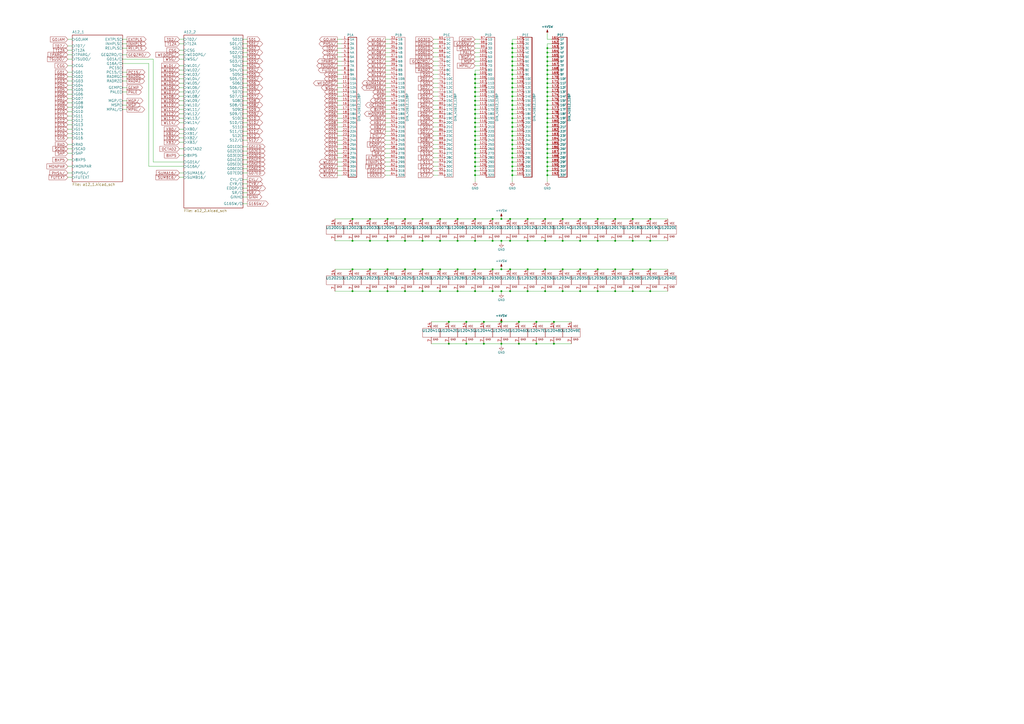
<source format=kicad_sch>
(kicad_sch (version 20211123) (generator eeschema)
  (paper "A2")
  (junction (at 285.75 139.7))
  (junction (at 297.18 25.4))
  (junction (at 265.43 156.21))
  (junction (at 275.59 50.8))
  (junction (at 260.35 199.39))
  (junction (at 275.59 101.6))
  (junction (at 285.75 127))
  (junction (at 270.51 199.39))
  (junction (at 321.31 186.69))
  (junction (at 297.18 93.98))
  (junction (at 234.95 127))
  (junction (at 317.5 38.1))
  (junction (at 245.11 168.91))
  (junction (at 224.79 168.91))
  (junction (at 321.31 199.39))
  (junction (at 317.5 48.26))
  (junction (at 377.19 139.7))
  (junction (at 297.18 40.64))
  (junction (at 224.79 139.7))
  (junction (at 265.43 127))
  (junction (at 275.59 99.06))
  (junction (at 297.18 45.72))
  (junction (at 317.5 76.2))
  (junction (at 275.59 96.52))
  (junction (at 290.83 139.7))
  (junction (at 290.83 168.91))
  (junction (at 255.27 139.7))
  (junction (at 275.59 71.12))
  (junction (at 317.5 99.06))
  (junction (at 326.39 127))
  (junction (at 214.63 156.21))
  (junction (at 297.18 88.9))
  (junction (at 234.95 168.91))
  (junction (at 297.18 71.12))
  (junction (at 275.59 168.91))
  (junction (at 297.18 30.48))
  (junction (at 280.67 199.39))
  (junction (at 367.03 139.7))
  (junction (at 214.63 168.91))
  (junction (at 265.43 168.91))
  (junction (at 317.5 66.04))
  (junction (at 367.03 156.21))
  (junction (at 326.39 139.7))
  (junction (at 336.55 127))
  (junction (at 297.18 50.8))
  (junction (at 260.35 186.69))
  (junction (at 275.59 91.44))
  (junction (at 265.43 139.7))
  (junction (at 306.07 168.91))
  (junction (at 346.71 139.7))
  (junction (at 275.59 81.28))
  (junction (at 275.59 139.7))
  (junction (at 377.19 127))
  (junction (at 317.5 30.48))
  (junction (at 346.71 168.91))
  (junction (at 317.5 53.34))
  (junction (at 275.59 86.36))
  (junction (at 297.18 96.52))
  (junction (at 295.91 139.7))
  (junction (at 317.5 55.88))
  (junction (at 275.59 43.18))
  (junction (at 255.27 127))
  (junction (at 377.19 156.21))
  (junction (at 317.5 63.5))
  (junction (at 255.27 156.21))
  (junction (at 245.11 156.21))
  (junction (at 275.59 127))
  (junction (at 275.59 68.58))
  (junction (at 275.59 58.42))
  (junction (at 245.11 127))
  (junction (at 317.5 33.02))
  (junction (at 326.39 156.21))
  (junction (at 356.87 156.21))
  (junction (at 297.18 27.94))
  (junction (at 270.51 186.69))
  (junction (at 317.5 50.8))
  (junction (at 317.5 88.9))
  (junction (at 285.75 168.91))
  (junction (at 297.18 101.6))
  (junction (at 297.18 83.82))
  (junction (at 297.18 63.5))
  (junction (at 297.18 35.56))
  (junction (at 290.83 127))
  (junction (at 280.67 186.69))
  (junction (at 275.59 63.5))
  (junction (at 297.18 81.28))
  (junction (at 297.18 78.74))
  (junction (at 356.87 168.91))
  (junction (at 317.5 91.44))
  (junction (at 275.59 83.82))
  (junction (at 300.99 199.39))
  (junction (at 317.5 101.6))
  (junction (at 297.18 58.42))
  (junction (at 317.5 73.66))
  (junction (at 317.5 78.74))
  (junction (at 346.71 127))
  (junction (at 255.27 168.91))
  (junction (at 214.63 127))
  (junction (at 290.83 199.39))
  (junction (at 214.63 139.7))
  (junction (at 356.87 127))
  (junction (at 297.18 86.36))
  (junction (at 316.23 127))
  (junction (at 285.75 156.21))
  (junction (at 317.5 71.12))
  (junction (at 297.18 48.26))
  (junction (at 306.07 139.7))
  (junction (at 317.5 60.96))
  (junction (at 275.59 53.34))
  (junction (at 297.18 76.2))
  (junction (at 297.18 73.66))
  (junction (at 204.47 168.91))
  (junction (at 295.91 127))
  (junction (at 317.5 96.52))
  (junction (at 275.59 78.74))
  (junction (at 317.5 81.28))
  (junction (at 316.23 156.21))
  (junction (at 326.39 168.91))
  (junction (at 317.5 40.64))
  (junction (at 311.15 199.39))
  (junction (at 275.59 60.96))
  (junction (at 317.5 43.18))
  (junction (at 275.59 76.2))
  (junction (at 336.55 168.91))
  (junction (at 297.18 33.02))
  (junction (at 317.5 35.56))
  (junction (at 295.91 156.21))
  (junction (at 245.11 139.7))
  (junction (at 204.47 127))
  (junction (at 306.07 127))
  (junction (at 275.59 48.26))
  (junction (at 234.95 139.7))
  (junction (at 290.83 156.21))
  (junction (at 297.18 38.1))
  (junction (at 317.5 83.82))
  (junction (at 275.59 156.21))
  (junction (at 306.07 156.21))
  (junction (at 297.18 60.96))
  (junction (at 297.18 43.18))
  (junction (at 346.71 156.21))
  (junction (at 224.79 156.21))
  (junction (at 275.59 88.9))
  (junction (at 367.03 127))
  (junction (at 275.59 93.98))
  (junction (at 336.55 139.7))
  (junction (at 356.87 139.7))
  (junction (at 297.18 91.44))
  (junction (at 204.47 156.21))
  (junction (at 377.19 168.91))
  (junction (at 316.23 168.91))
  (junction (at 275.59 55.88))
  (junction (at 317.5 93.98))
  (junction (at 297.18 66.04))
  (junction (at 317.5 58.42))
  (junction (at 234.95 156.21))
  (junction (at 297.18 55.88))
  (junction (at 317.5 45.72))
  (junction (at 317.5 68.58))
  (junction (at 295.91 168.91))
  (junction (at 336.55 156.21))
  (junction (at 297.18 53.34))
  (junction (at 317.5 27.94))
  (junction (at 317.5 86.36))
  (junction (at 290.83 186.69))
  (junction (at 275.59 66.04))
  (junction (at 297.18 68.58))
  (junction (at 204.47 139.7))
  (junction (at 275.59 73.66))
  (junction (at 275.59 45.72))
  (junction (at 316.23 139.7))
  (junction (at 311.15 186.69))
  (junction (at 300.99 186.69))
  (junction (at 297.18 99.06))
  (junction (at 224.79 127))
  (junction (at 367.03 168.91))
  (wire (pts (xy 317.5 73.66) (xy 320.04 73.66)))
  (wire (pts (xy 306.07 127) (xy 316.23 127)))
  (wire (pts (xy 41.91 92.71) (xy 39.37 92.71)))
  (wire (pts (xy 275.59 101.6) (xy 275.59 105.41)))
  (wire (pts (xy 140.97 66.04) (xy 143.51 66.04)))
  (wire (pts (xy 299.72 68.58) (xy 297.18 68.58)))
  (wire (pts (xy 223.52 45.72) (xy 226.06 45.72)))
  (wire (pts (xy 290.83 199.39) (xy 290.83 200.66)))
  (wire (pts (xy 254 68.58) (xy 251.46 68.58)))
  (wire (pts (xy 226.06 88.9) (xy 223.52 88.9)))
  (wire (pts (xy 254 66.04) (xy 251.46 66.04)))
  (wire (pts (xy 104.14 34.29) (xy 106.68 34.29)))
  (wire (pts (xy 317.5 33.02) (xy 317.5 35.56)))
  (wire (pts (xy 195.58 101.6) (xy 198.12 101.6)))
  (wire (pts (xy 297.18 83.82) (xy 297.18 86.36)))
  (wire (pts (xy 297.18 86.36) (xy 297.18 88.9)))
  (wire (pts (xy 223.52 30.48) (xy 226.06 30.48)))
  (wire (pts (xy 226.06 99.06) (xy 223.52 99.06)))
  (wire (pts (xy 39.37 80.01) (xy 41.91 80.01)))
  (wire (pts (xy 204.47 127) (xy 214.63 127)))
  (wire (pts (xy 311.15 199.39) (xy 321.31 199.39)))
  (wire (pts (xy 254 53.34) (xy 251.46 53.34)))
  (wire (pts (xy 317.5 91.44) (xy 317.5 93.98)))
  (wire (pts (xy 226.06 48.26) (xy 223.52 48.26)))
  (wire (pts (xy 275.59 96.52) (xy 278.13 96.52)))
  (wire (pts (xy 297.18 40.64) (xy 297.18 43.18)))
  (wire (pts (xy 226.06 101.6) (xy 223.52 101.6)))
  (wire (pts (xy 299.72 55.88) (xy 297.18 55.88)))
  (wire (pts (xy 275.59 71.12) (xy 275.59 73.66)))
  (wire (pts (xy 320.04 27.94) (xy 317.5 27.94)))
  (wire (pts (xy 317.5 101.6) (xy 317.5 105.41)))
  (wire (pts (xy 317.5 35.56) (xy 320.04 35.56)))
  (wire (pts (xy 140.97 73.66) (xy 143.51 73.66)))
  (wire (pts (xy 297.18 68.58) (xy 297.18 71.12)))
  (wire (pts (xy 278.13 27.94) (xy 275.59 27.94)))
  (wire (pts (xy 317.5 53.34) (xy 317.5 55.88)))
  (wire (pts (xy 39.37 41.91) (xy 41.91 41.91)))
  (wire (pts (xy 223.52 27.94) (xy 226.06 27.94)))
  (wire (pts (xy 226.06 96.52) (xy 223.52 96.52)))
  (wire (pts (xy 299.72 53.34) (xy 297.18 53.34)))
  (wire (pts (xy 195.58 93.98) (xy 198.12 93.98)))
  (wire (pts (xy 226.06 81.28) (xy 223.52 81.28)))
  (wire (pts (xy 317.5 53.34) (xy 320.04 53.34)))
  (wire (pts (xy 254 76.2) (xy 251.46 76.2)))
  (wire (pts (xy 104.14 50.8) (xy 106.68 50.8)))
  (wire (pts (xy 317.5 86.36) (xy 320.04 86.36)))
  (wire (pts (xy 297.18 55.88) (xy 297.18 58.42)))
  (wire (pts (xy 254 38.1) (xy 251.46 38.1)))
  (wire (pts (xy 71.12 31.75) (xy 73.66 31.75)))
  (wire (pts (xy 39.37 69.85) (xy 41.91 69.85)))
  (wire (pts (xy 297.18 78.74) (xy 297.18 81.28)))
  (wire (pts (xy 367.03 127) (xy 377.19 127)))
  (wire (pts (xy 265.43 139.7) (xy 255.27 139.7)))
  (wire (pts (xy 306.07 139.7) (xy 295.91 139.7)))
  (wire (pts (xy 275.59 50.8) (xy 275.59 53.34)))
  (wire (pts (xy 317.5 35.56) (xy 317.5 38.1)))
  (wire (pts (xy 140.97 22.86) (xy 143.51 22.86)))
  (wire (pts (xy 226.06 53.34) (xy 223.52 53.34)))
  (wire (pts (xy 140.97 30.48) (xy 143.51 30.48)))
  (wire (pts (xy 317.5 66.04) (xy 320.04 66.04)))
  (wire (pts (xy 140.97 109.22) (xy 143.51 109.22)))
  (wire (pts (xy 104.14 63.5) (xy 106.68 63.5)))
  (wire (pts (xy 295.91 127) (xy 306.07 127)))
  (wire (pts (xy 317.5 78.74) (xy 317.5 81.28)))
  (wire (pts (xy 195.58 43.18) (xy 198.12 43.18)))
  (wire (pts (xy 317.5 60.96) (xy 317.5 63.5)))
  (wire (pts (xy 290.83 139.7) (xy 290.83 140.97)))
  (wire (pts (xy 254 81.28) (xy 251.46 81.28)))
  (wire (pts (xy 317.5 22.86) (xy 317.5 19.05)))
  (wire (pts (xy 317.5 48.26) (xy 317.5 50.8)))
  (wire (pts (xy 317.5 81.28) (xy 317.5 83.82)))
  (wire (pts (xy 223.52 73.66) (xy 226.06 73.66)))
  (wire (pts (xy 367.03 156.21) (xy 356.87 156.21)))
  (wire (pts (xy 317.5 71.12) (xy 320.04 71.12)))
  (wire (pts (xy 254 33.02) (xy 251.46 33.02)))
  (wire (pts (xy 317.5 88.9) (xy 317.5 91.44)))
  (wire (pts (xy 275.59 91.44) (xy 275.59 93.98)))
  (wire (pts (xy 265.43 127) (xy 275.59 127)))
  (wire (pts (xy 387.35 156.21) (xy 377.19 156.21)))
  (wire (pts (xy 226.06 50.8) (xy 223.52 50.8)))
  (wire (pts (xy 299.72 76.2) (xy 297.18 76.2)))
  (wire (pts (xy 234.95 156.21) (xy 224.79 156.21)))
  (wire (pts (xy 275.59 73.66) (xy 278.13 73.66)))
  (wire (pts (xy 214.63 127) (xy 224.79 127)))
  (wire (pts (xy 41.91 88.9) (xy 39.37 88.9)))
  (wire (pts (xy 278.13 43.18) (xy 275.59 43.18)))
  (wire (pts (xy 104.14 40.64) (xy 106.68 40.64)))
  (wire (pts (xy 275.59 71.12) (xy 278.13 71.12)))
  (wire (pts (xy 290.83 186.69) (xy 280.67 186.69)))
  (wire (pts (xy 254 27.94) (xy 251.46 27.94)))
  (wire (pts (xy 290.83 156.21) (xy 285.75 156.21)))
  (wire (pts (xy 299.72 33.02) (xy 297.18 33.02)))
  (wire (pts (xy 39.37 34.29) (xy 41.91 34.29)))
  (wire (pts (xy 195.58 45.72) (xy 198.12 45.72)))
  (wire (pts (xy 356.87 127) (xy 367.03 127)))
  (wire (pts (xy 254 60.96) (xy 251.46 60.96)))
  (wire (pts (xy 299.72 81.28) (xy 297.18 81.28)))
  (wire (pts (xy 278.13 40.64) (xy 275.59 40.64)))
  (wire (pts (xy 140.97 111.76) (xy 143.51 111.76)))
  (wire (pts (xy 255.27 156.21) (xy 245.11 156.21)))
  (wire (pts (xy 254 35.56) (xy 251.46 35.56)))
  (wire (pts (xy 321.31 186.69) (xy 311.15 186.69)))
  (wire (pts (xy 140.97 55.88) (xy 143.51 55.88)))
  (wire (pts (xy 254 71.12) (xy 251.46 71.12)))
  (wire (pts (xy 285.75 139.7) (xy 275.59 139.7)))
  (wire (pts (xy 140.97 25.4) (xy 143.51 25.4)))
  (wire (pts (xy 317.5 55.88) (xy 317.5 58.42)))
  (wire (pts (xy 326.39 139.7) (xy 316.23 139.7)))
  (wire (pts (xy 275.59 83.82) (xy 278.13 83.82)))
  (wire (pts (xy 297.18 33.02) (xy 297.18 35.56)))
  (wire (pts (xy 39.37 74.93) (xy 41.91 74.93)))
  (wire (pts (xy 140.97 45.72) (xy 143.51 45.72)))
  (wire (pts (xy 297.18 30.48) (xy 297.18 33.02)))
  (wire (pts (xy 106.68 102.87) (xy 104.14 102.87)))
  (wire (pts (xy 204.47 168.91) (xy 214.63 168.91)))
  (wire (pts (xy 299.72 93.98) (xy 297.18 93.98)))
  (wire (pts (xy 326.39 127) (xy 336.55 127)))
  (wire (pts (xy 224.79 139.7) (xy 214.63 139.7)))
  (wire (pts (xy 140.97 38.1) (xy 143.51 38.1)))
  (wire (pts (xy 245.11 168.91) (xy 255.27 168.91)))
  (wire (pts (xy 278.13 30.48) (xy 275.59 30.48)))
  (wire (pts (xy 71.12 34.29) (xy 88.9 34.29)))
  (wire (pts (xy 104.14 60.96) (xy 106.68 60.96)))
  (wire (pts (xy 317.5 43.18) (xy 317.5 45.72)))
  (wire (pts (xy 71.12 27.94) (xy 73.66 27.94)))
  (wire (pts (xy 86.36 96.52) (xy 106.68 96.52)))
  (wire (pts (xy 39.37 102.87) (xy 41.91 102.87)))
  (wire (pts (xy 86.36 36.83) (xy 86.36 96.52)))
  (wire (pts (xy 245.11 127) (xy 255.27 127)))
  (wire (pts (xy 275.59 83.82) (xy 275.59 86.36)))
  (wire (pts (xy 140.97 85.09) (xy 143.51 85.09)))
  (wire (pts (xy 254 101.6) (xy 251.46 101.6)))
  (wire (pts (xy 346.71 127) (xy 356.87 127)))
  (wire (pts (xy 317.5 38.1) (xy 317.5 40.64)))
  (wire (pts (xy 275.59 76.2) (xy 275.59 78.74)))
  (wire (pts (xy 317.5 27.94) (xy 317.5 30.48)))
  (wire (pts (xy 104.14 22.86) (xy 106.68 22.86)))
  (wire (pts (xy 316.23 168.91) (xy 326.39 168.91)))
  (wire (pts (xy 39.37 67.31) (xy 41.91 67.31)))
  (wire (pts (xy 195.58 53.34) (xy 198.12 53.34)))
  (wire (pts (xy 140.97 90.17) (xy 143.51 90.17)))
  (wire (pts (xy 71.12 36.83) (xy 86.36 36.83)))
  (wire (pts (xy 275.59 58.42) (xy 278.13 58.42)))
  (wire (pts (xy 317.5 99.06) (xy 320.04 99.06)))
  (wire (pts (xy 214.63 156.21) (xy 204.47 156.21)))
  (wire (pts (xy 275.59 55.88) (xy 278.13 55.88)))
  (wire (pts (xy 299.72 91.44) (xy 297.18 91.44)))
  (wire (pts (xy 195.58 86.36) (xy 198.12 86.36)))
  (wire (pts (xy 254 50.8) (xy 251.46 50.8)))
  (wire (pts (xy 317.5 55.88) (xy 320.04 55.88)))
  (wire (pts (xy 285.75 156.21) (xy 275.59 156.21)))
  (wire (pts (xy 223.52 71.12) (xy 226.06 71.12)))
  (wire (pts (xy 285.75 127) (xy 290.83 127)))
  (wire (pts (xy 104.14 77.47) (xy 106.68 77.47)))
  (wire (pts (xy 316.23 139.7) (xy 306.07 139.7)))
  (wire (pts (xy 140.97 58.42) (xy 143.51 58.42)))
  (wire (pts (xy 88.9 93.98) (xy 106.68 93.98)))
  (wire (pts (xy 317.5 96.52) (xy 317.5 99.06)))
  (wire (pts (xy 299.72 38.1) (xy 297.18 38.1)))
  (wire (pts (xy 306.07 168.91) (xy 316.23 168.91)))
  (wire (pts (xy 275.59 86.36) (xy 275.59 88.9)))
  (wire (pts (xy 317.5 30.48) (xy 317.5 33.02)))
  (wire (pts (xy 367.03 139.7) (xy 356.87 139.7)))
  (wire (pts (xy 223.52 33.02) (xy 226.06 33.02)))
  (wire (pts (xy 300.99 199.39) (xy 311.15 199.39)))
  (wire (pts (xy 317.5 50.8) (xy 320.04 50.8)))
  (wire (pts (xy 299.72 48.26) (xy 297.18 48.26)))
  (wire (pts (xy 311.15 186.69) (xy 300.99 186.69)))
  (wire (pts (xy 195.58 25.4) (xy 198.12 25.4)))
  (wire (pts (xy 299.72 101.6) (xy 297.18 101.6)))
  (wire (pts (xy 254 48.26) (xy 251.46 48.26)))
  (wire (pts (xy 195.58 71.12) (xy 198.12 71.12)))
  (wire (pts (xy 195.58 73.66) (xy 198.12 73.66)))
  (wire (pts (xy 275.59 78.74) (xy 278.13 78.74)))
  (wire (pts (xy 356.87 168.91) (xy 367.03 168.91)))
  (wire (pts (xy 317.5 71.12) (xy 317.5 73.66)))
  (wire (pts (xy 275.59 60.96) (xy 278.13 60.96)))
  (wire (pts (xy 195.58 81.28) (xy 198.12 81.28)))
  (wire (pts (xy 71.12 60.96) (xy 73.66 60.96)))
  (wire (pts (xy 275.59 81.28) (xy 275.59 83.82)))
  (wire (pts (xy 226.06 63.5) (xy 223.52 63.5)))
  (wire (pts (xy 317.5 43.18) (xy 320.04 43.18)))
  (wire (pts (xy 346.71 139.7) (xy 336.55 139.7)))
  (wire (pts (xy 140.97 81.28) (xy 143.51 81.28)))
  (wire (pts (xy 377.19 168.91) (xy 387.35 168.91)))
  (wire (pts (xy 275.59 168.91) (xy 285.75 168.91)))
  (wire (pts (xy 260.35 199.39) (xy 270.51 199.39)))
  (wire (pts (xy 317.5 45.72) (xy 320.04 45.72)))
  (wire (pts (xy 299.72 88.9) (xy 297.18 88.9)))
  (wire (pts (xy 317.5 93.98) (xy 317.5 96.52)))
  (wire (pts (xy 317.5 91.44) (xy 320.04 91.44)))
  (wire (pts (xy 214.63 139.7) (xy 204.47 139.7)))
  (wire (pts (xy 278.13 22.86) (xy 275.59 22.86)))
  (wire (pts (xy 204.47 139.7) (xy 194.31 139.7)))
  (wire (pts (xy 295.91 139.7) (xy 290.83 139.7)))
  (wire (pts (xy 226.06 93.98) (xy 223.52 93.98)))
  (wire (pts (xy 275.59 93.98) (xy 278.13 93.98)))
  (wire (pts (xy 140.97 40.64) (xy 143.51 40.64)))
  (wire (pts (xy 317.5 25.4) (xy 317.5 27.94)))
  (wire (pts (xy 140.97 100.33) (xy 143.51 100.33)))
  (wire (pts (xy 254 63.5) (xy 251.46 63.5)))
  (wire (pts (xy 326.39 156.21) (xy 316.23 156.21)))
  (wire (pts (xy 104.14 38.1) (xy 106.68 38.1)))
  (wire (pts (xy 275.59 99.06) (xy 275.59 101.6)))
  (wire (pts (xy 195.58 63.5) (xy 198.12 63.5)))
  (wire (pts (xy 104.14 80.01) (xy 106.68 80.01)))
  (wire (pts (xy 297.18 27.94) (xy 297.18 30.48)))
  (wire (pts (xy 71.12 46.99) (xy 73.66 46.99)))
  (wire (pts (xy 104.14 48.26) (xy 106.68 48.26)))
  (wire (pts (xy 299.72 22.86) (xy 297.18 22.86)))
  (wire (pts (xy 317.5 68.58) (xy 320.04 68.58)))
  (wire (pts (xy 140.97 114.3) (xy 143.51 114.3)))
  (wire (pts (xy 224.79 168.91) (xy 234.95 168.91)))
  (wire (pts (xy 140.97 71.12) (xy 143.51 71.12)))
  (wire (pts (xy 317.5 40.64) (xy 317.5 43.18)))
  (wire (pts (xy 297.18 99.06) (xy 297.18 101.6)))
  (wire (pts (xy 254 55.88) (xy 251.46 55.88)))
  (wire (pts (xy 270.51 199.39) (xy 280.67 199.39)))
  (wire (pts (xy 317.5 58.42) (xy 317.5 60.96)))
  (wire (pts (xy 195.58 68.58) (xy 198.12 68.58)))
  (wire (pts (xy 71.12 22.86) (xy 73.66 22.86)))
  (wire (pts (xy 140.97 50.8) (xy 143.51 50.8)))
  (wire (pts (xy 104.14 66.04) (xy 106.68 66.04)))
  (wire (pts (xy 297.18 76.2) (xy 297.18 78.74)))
  (wire (pts (xy 254 78.74) (xy 251.46 78.74)))
  (wire (pts (xy 316.23 156.21) (xy 306.07 156.21)))
  (wire (pts (xy 321.31 199.39) (xy 331.47 199.39)))
  (wire (pts (xy 255.27 139.7) (xy 245.11 139.7)))
  (wire (pts (xy 39.37 29.21) (xy 41.91 29.21)))
  (wire (pts (xy 254 43.18) (xy 251.46 43.18)))
  (wire (pts (xy 140.97 33.02) (xy 143.51 33.02)))
  (wire (pts (xy 275.59 86.36) (xy 278.13 86.36)))
  (wire (pts (xy 275.59 60.96) (xy 275.59 63.5)))
  (wire (pts (xy 254 73.66) (xy 251.46 73.66)))
  (wire (pts (xy 254 25.4) (xy 251.46 25.4)))
  (wire (pts (xy 290.83 127) (xy 295.91 127)))
  (wire (pts (xy 336.55 139.7) (xy 326.39 139.7)))
  (wire (pts (xy 299.72 27.94) (xy 297.18 27.94)))
  (wire (pts (xy 195.58 60.96) (xy 198.12 60.96)))
  (wire (pts (xy 223.52 43.18) (xy 226.06 43.18)))
  (wire (pts (xy 280.67 186.69) (xy 270.51 186.69)))
  (wire (pts (xy 104.14 31.75) (xy 106.68 31.75)))
  (wire (pts (xy 39.37 52.07) (xy 41.91 52.07)))
  (wire (pts (xy 299.72 73.66) (xy 297.18 73.66)))
  (wire (pts (xy 71.12 53.34) (xy 73.66 53.34)))
  (wire (pts (xy 223.52 38.1) (xy 226.06 38.1)))
  (wire (pts (xy 245.11 156.21) (xy 234.95 156.21)))
  (wire (pts (xy 297.18 53.34) (xy 297.18 55.88)))
  (wire (pts (xy 265.43 156.21) (xy 255.27 156.21)))
  (wire (pts (xy 275.59 48.26) (xy 278.13 48.26)))
  (wire (pts (xy 254 30.48) (xy 251.46 30.48)))
  (wire (pts (xy 297.18 45.72) (xy 297.18 48.26)))
  (wire (pts (xy 140.97 118.11) (xy 143.51 118.11)))
  (wire (pts (xy 317.5 33.02) (xy 320.04 33.02)))
  (wire (pts (xy 317.5 78.74) (xy 320.04 78.74)))
  (wire (pts (xy 39.37 77.47) (xy 41.91 77.47)))
  (wire (pts (xy 195.58 33.02) (xy 198.12 33.02)))
  (wire (pts (xy 299.72 78.74) (xy 297.18 78.74)))
  (wire (pts (xy 140.97 35.56) (xy 143.51 35.56)))
  (wire (pts (xy 299.72 86.36) (xy 297.18 86.36)))
  (wire (pts (xy 140.97 63.5) (xy 143.51 63.5)))
  (wire (pts (xy 336.55 168.91) (xy 346.71 168.91)))
  (wire (pts (xy 346.71 168.91) (xy 356.87 168.91)))
  (wire (pts (xy 336.55 156.21) (xy 326.39 156.21)))
  (wire (pts (xy 297.18 96.52) (xy 297.18 99.06)))
  (wire (pts (xy 299.72 66.04) (xy 297.18 66.04)))
  (wire (pts (xy 306.07 156.21) (xy 295.91 156.21)))
  (wire (pts (xy 297.18 38.1) (xy 297.18 40.64)))
  (wire (pts (xy 297.18 66.04) (xy 297.18 68.58)))
  (wire (pts (xy 140.97 87.63) (xy 143.51 87.63)))
  (wire (pts (xy 255.27 168.91) (xy 265.43 168.91)))
  (wire (pts (xy 195.58 76.2) (xy 198.12 76.2)))
  (wire (pts (xy 255.27 127) (xy 265.43 127)))
  (wire (pts (xy 275.59 76.2) (xy 278.13 76.2)))
  (wire (pts (xy 195.58 48.26) (xy 198.12 48.26)))
  (wire (pts (xy 39.37 62.23) (xy 41.91 62.23)))
  (wire (pts (xy 377.19 139.7) (xy 367.03 139.7)))
  (wire (pts (xy 140.97 76.2) (xy 143.51 76.2)))
  (wire (pts (xy 195.58 30.48) (xy 198.12 30.48)))
  (wire (pts (xy 39.37 44.45) (xy 41.91 44.45)))
  (wire (pts (xy 254 88.9) (xy 251.46 88.9)))
  (wire (pts (xy 104.14 74.93) (xy 106.68 74.93)))
  (wire (pts (xy 299.72 30.48) (xy 297.18 30.48)))
  (wire (pts (xy 140.97 43.18) (xy 143.51 43.18)))
  (wire (pts (xy 297.18 43.18) (xy 297.18 45.72)))
  (wire (pts (xy 317.5 86.36) (xy 317.5 88.9)))
  (wire (pts (xy 275.59 53.34) (xy 275.59 55.88)))
  (wire (pts (xy 254 22.86) (xy 251.46 22.86)))
  (wire (pts (xy 317.5 48.26) (xy 320.04 48.26)))
  (wire (pts (xy 41.91 83.82) (xy 39.37 83.82)))
  (wire (pts (xy 317.5 88.9) (xy 320.04 88.9)))
  (wire (pts (xy 317.5 50.8) (xy 317.5 53.34)))
  (wire (pts (xy 275.59 156.21) (xy 265.43 156.21)))
  (wire (pts (xy 317.5 60.96) (xy 320.04 60.96)))
  (wire (pts (xy 275.59 81.28) (xy 278.13 81.28)))
  (wire (pts (xy 39.37 86.36) (xy 41.91 86.36)))
  (wire (pts (xy 71.12 63.5) (xy 73.66 63.5)))
  (wire (pts (xy 317.5 63.5) (xy 320.04 63.5)))
  (wire (pts (xy 254 83.82) (xy 251.46 83.82)))
  (wire (pts (xy 275.59 58.42) (xy 275.59 60.96)))
  (wire (pts (xy 299.72 43.18) (xy 297.18 43.18)))
  (wire (pts (xy 194.31 127) (xy 204.47 127)))
  (wire (pts (xy 299.72 63.5) (xy 297.18 63.5)))
  (wire (pts (xy 270.51 186.69) (xy 260.35 186.69)))
  (wire (pts (xy 39.37 54.61) (xy 41.91 54.61)))
  (wire (pts (xy 223.52 35.56) (xy 226.06 35.56)))
  (wire (pts (xy 195.58 88.9) (xy 198.12 88.9)))
  (wire (pts (xy 297.18 81.28) (xy 297.18 83.82)))
  (wire (pts (xy 275.59 127) (xy 285.75 127)))
  (wire (pts (xy 297.18 50.8) (xy 297.18 53.34)))
  (wire (pts (xy 245.11 139.7) (xy 234.95 139.7)))
  (wire (pts (xy 39.37 72.39) (xy 41.91 72.39)))
  (wire (pts (xy 254 99.06) (xy 251.46 99.06)))
  (wire (pts (xy 278.13 35.56) (xy 275.59 35.56)))
  (wire (pts (xy 234.95 168.91) (xy 245.11 168.91)))
  (wire (pts (xy 297.18 22.86) (xy 297.18 25.4)))
  (wire (pts (xy 316.23 127) (xy 326.39 127)))
  (wire (pts (xy 317.5 68.58) (xy 317.5 71.12)))
  (wire (pts (xy 278.13 25.4) (xy 275.59 25.4)))
  (wire (pts (xy 275.59 99.06) (xy 278.13 99.06)))
  (wire (pts (xy 275.59 68.58) (xy 278.13 68.58)))
  (wire (pts (xy 317.5 81.28) (xy 320.04 81.28)))
  (wire (pts (xy 317.5 58.42) (xy 320.04 58.42)))
  (wire (pts (xy 223.52 22.86) (xy 226.06 22.86)))
  (wire (pts (xy 317.5 38.1) (xy 320.04 38.1)))
  (wire (pts (xy 71.12 25.4) (xy 73.66 25.4)))
  (wire (pts (xy 297.18 71.12) (xy 297.18 73.66)))
  (wire (pts (xy 39.37 100.33) (xy 41.91 100.33)))
  (wire (pts (xy 140.97 95.25) (xy 143.51 95.25)))
  (wire (pts (xy 290.83 125.73) (xy 290.83 127)))
  (wire (pts (xy 194.31 168.91) (xy 204.47 168.91)))
  (wire (pts (xy 223.52 40.64) (xy 226.06 40.64)))
  (wire (pts (xy 265.43 168.91) (xy 275.59 168.91)))
  (wire (pts (xy 226.06 60.96) (xy 223.52 60.96)))
  (wire (pts (xy 275.59 139.7) (xy 265.43 139.7)))
  (wire (pts (xy 39.37 49.53) (xy 41.91 49.53)))
  (wire (pts (xy 317.5 76.2) (xy 317.5 78.74)))
  (wire (pts (xy 140.97 78.74) (xy 143.51 78.74)))
  (wire (pts (xy 290.83 168.91) (xy 290.83 170.18)))
  (wire (pts (xy 346.71 156.21) (xy 336.55 156.21)))
  (wire (pts (xy 39.37 64.77) (xy 41.91 64.77)))
  (wire (pts (xy 299.72 60.96) (xy 297.18 60.96)))
  (wire (pts (xy 39.37 26.67) (xy 41.91 26.67)))
  (wire (pts (xy 41.91 96.52) (xy 39.37 96.52)))
  (wire (pts (xy 104.14 29.21) (xy 106.68 29.21)))
  (wire (pts (xy 106.68 100.33) (xy 104.14 100.33)))
  (wire (pts (xy 140.97 27.94) (xy 143.51 27.94)))
  (wire (pts (xy 254 58.42) (xy 251.46 58.42)))
  (wire (pts (xy 223.52 68.58) (xy 226.06 68.58)))
  (wire (pts (xy 140.97 92.71) (xy 143.51 92.71)))
  (wire (pts (xy 297.18 73.66) (xy 297.18 76.2)))
  (wire (pts (xy 275.59 48.26) (xy 275.59 50.8)))
  (wire (pts (xy 356.87 156.21) (xy 346.71 156.21)))
  (wire (pts (xy 290.83 199.39) (xy 300.99 199.39)))
  (wire (pts (xy 226.06 83.82) (xy 223.52 83.82)))
  (wire (pts (xy 299.72 83.82) (xy 297.18 83.82)))
  (wire (pts (xy 317.5 83.82) (xy 317.5 86.36)))
  (wire (pts (xy 377.19 156.21) (xy 367.03 156.21)))
  (wire (pts (xy 290.83 139.7) (xy 285.75 139.7)))
  (wire (pts (xy 317.5 101.6) (xy 320.04 101.6)))
  (wire (pts (xy 387.35 139.7) (xy 377.19 139.7)))
  (wire (pts (xy 297.18 58.42) (xy 297.18 60.96)))
  (wire (pts (xy 106.68 90.17) (xy 104.14 90.17)))
  (wire (pts (xy 297.18 93.98) (xy 297.18 96.52)))
  (wire (pts (xy 254 96.52) (xy 251.46 96.52)))
  (wire (pts (xy 104.14 43.18) (xy 106.68 43.18)))
  (wire (pts (xy 104.14 68.58) (xy 106.68 68.58)))
  (wire (pts (xy 140.97 97.79) (xy 143.51 97.79)))
  (wire (pts (xy 275.59 68.58) (xy 275.59 71.12)))
  (wire (pts (xy 104.14 71.12) (xy 106.68 71.12)))
  (wire (pts (xy 275.59 88.9) (xy 278.13 88.9)))
  (wire (pts (xy 299.72 40.64) (xy 297.18 40.64)))
  (wire (pts (xy 71.12 41.91) (xy 73.66 41.91)))
  (wire (pts (xy 280.67 199.39) (xy 290.83 199.39)))
  (wire (pts (xy 234.95 127) (xy 245.11 127)))
  (wire (pts (xy 195.58 35.56) (xy 198.12 35.56)))
  (wire (pts (xy 275.59 93.98) (xy 275.59 96.52)))
  (wire (pts (xy 317.5 73.66) (xy 317.5 76.2)))
  (wire (pts (xy 317.5 96.52) (xy 320.04 96.52)))
  (wire (pts (xy 195.58 78.74) (xy 198.12 78.74)))
  (wire (pts (xy 275.59 55.88) (xy 275.59 58.42)))
  (wire (pts (xy 223.52 76.2) (xy 226.06 76.2)))
  (wire (pts (xy 195.58 91.44) (xy 198.12 91.44)))
  (wire (pts (xy 317.5 76.2) (xy 320.04 76.2)))
  (wire (pts (xy 106.68 86.36) (xy 104.14 86.36)))
  (wire (pts (xy 275.59 50.8) (xy 278.13 50.8)))
  (wire (pts (xy 195.58 66.04) (xy 198.12 66.04)))
  (wire (pts (xy 295.91 168.91) (xy 306.07 168.91)))
  (wire (pts (xy 275.59 96.52) (xy 275.59 99.06)))
  (wire (pts (xy 254 93.98) (xy 251.46 93.98)))
  (wire (pts (xy 254 40.64) (xy 251.46 40.64)))
  (wire (pts (xy 275.59 66.04) (xy 278.13 66.04)))
  (wire (pts (xy 226.06 91.44) (xy 223.52 91.44)))
  (wire (pts (xy 254 45.72) (xy 251.46 45.72)))
  (wire (pts (xy 317.5 40.64) (xy 320.04 40.64)))
  (wire (pts (xy 297.18 48.26) (xy 297.18 50.8)))
  (wire (pts (xy 275.59 73.66) (xy 275.59 76.2)))
  (wire (pts (xy 104.14 55.88) (xy 106.68 55.88)))
  (wire (pts (xy 275.59 63.5) (xy 275.59 66.04)))
  (wire (pts (xy 104.14 58.42) (xy 106.68 58.42)))
  (wire (pts (xy 297.18 91.44) (xy 297.18 93.98)))
  (wire (pts (xy 356.87 139.7) (xy 346.71 139.7)))
  (wire (pts (xy 140.97 68.58) (xy 143.51 68.58)))
  (wire (pts (xy 297.18 88.9) (xy 297.18 91.44)))
  (wire (pts (xy 377.19 127) (xy 387.35 127)))
  (wire (pts (xy 226.06 78.74) (xy 223.52 78.74)))
  (wire (pts (xy 195.58 55.88) (xy 198.12 55.88)))
  (wire (pts (xy 297.18 60.96) (xy 297.18 63.5)))
  (wire (pts (xy 260.35 186.69) (xy 250.19 186.69)))
  (wire (pts (xy 275.59 101.6) (xy 278.13 101.6)))
  (wire (pts (xy 297.18 101.6) (xy 297.18 105.41)))
  (wire (pts (xy 195.58 27.94) (xy 198.12 27.94)))
  (wire (pts (xy 299.72 58.42) (xy 297.18 58.42)))
  (wire (pts (xy 300.99 186.69) (xy 290.83 186.69)))
  (wire (pts (xy 275.59 53.34) (xy 278.13 53.34)))
  (wire (pts (xy 140.97 53.34) (xy 143.51 53.34)))
  (wire (pts (xy 104.14 53.34) (xy 106.68 53.34)))
  (wire (pts (xy 275.59 43.18) (xy 275.59 45.72)))
  (wire (pts (xy 39.37 46.99) (xy 41.91 46.99)))
  (wire (pts (xy 275.59 40.64) (xy 275.59 43.18)))
  (wire (pts (xy 299.72 99.06) (xy 297.18 99.06)))
  (wire (pts (xy 290.83 154.94) (xy 290.83 156.21)))
  (wire (pts (xy 275.59 45.72) (xy 278.13 45.72)))
  (wire (pts (xy 224.79 156.21) (xy 214.63 156.21)))
  (wire (pts (xy 140.97 60.96) (xy 143.51 60.96)))
  (wire (pts (xy 367.03 168.91) (xy 377.19 168.91)))
  (wire (pts (xy 195.58 50.8) (xy 198.12 50.8)))
  (wire (pts (xy 39.37 38.1) (xy 41.91 38.1)))
  (wire (pts (xy 290.83 168.91) (xy 295.91 168.91)))
  (wire (pts (xy 226.06 86.36) (xy 223.52 86.36)))
  (wire (pts (xy 195.58 83.82) (xy 198.12 83.82)))
  (wire (pts (xy 71.12 44.45) (xy 73.66 44.45)))
  (wire (pts (xy 317.5 83.82) (xy 320.04 83.82)))
  (wire (pts (xy 71.12 50.8) (xy 73.66 50.8)))
  (wire (pts (xy 278.13 33.02) (xy 275.59 33.02)))
  (wire (pts (xy 297.18 25.4) (xy 299.72 25.4)))
  (wire (pts (xy 39.37 31.75) (xy 41.91 31.75)))
  (wire (pts (xy 299.72 96.52) (xy 297.18 96.52)))
  (wire (pts (xy 254 86.36) (xy 251.46 86.36)))
  (wire (pts (xy 317.5 63.5) (xy 317.5 66.04)))
  (wire (pts (xy 223.52 25.4) (xy 226.06 25.4)))
  (wire (pts (xy 104.14 45.72) (xy 106.68 45.72)))
  (wire (pts (xy 39.37 57.15) (xy 41.91 57.15)))
  (wire (pts (xy 275.59 45.72) (xy 275.59 48.26)))
  (wire (pts (xy 336.55 127) (xy 346.71 127)))
  (wire (pts (xy 317.5 99.06) (xy 317.5 101.6)))
  (wire (pts (xy 326.39 168.91) (xy 336.55 168.91)))
  (wire (pts (xy 299.72 35.56) (xy 297.18 35.56)))
  (wire (pts (xy 297.18 35.56) (xy 297.18 38.1)))
  (wire (pts (xy 204.47 156.21) (xy 194.31 156.21)))
  (wire (pts (xy 71.12 58.42) (xy 73.66 58.42)))
  (wire (pts (xy 275.59 88.9) (xy 275.59 91.44)))
  (wire (pts (xy 317.5 45.72) (xy 317.5 48.26)))
  (wire (pts (xy 195.58 38.1) (xy 198.12 38.1)))
  (wire (pts (xy 226.06 66.04) (xy 223.52 66.04)))
  (wire (pts (xy 254 91.44) (xy 251.46 91.44)))
  (wire (pts (xy 39.37 22.86) (xy 41.91 22.86)))
  (wire (pts (xy 104.14 82.55) (xy 106.68 82.55)))
  (wire (pts (xy 195.58 58.42) (xy 198.12 58.42)))
  (wire (pts (xy 317.5 93.98) (xy 320.04 93.98)))
  (wire (pts (xy 299.72 71.12) (xy 297.18 71.12)))
  (wire (pts (xy 88.9 34.29) (xy 88.9 93.98)))
  (wire (pts (xy 297.18 25.4) (xy 297.18 27.94)))
  (wire (pts (xy 195.58 99.06) (xy 198.12 99.06)))
  (wire (pts (xy 226.06 55.88) (xy 223.52 55.88)))
  (wire (pts (xy 39.37 59.69) (xy 41.91 59.69)))
  (wire (pts (xy 275.59 91.44) (xy 278.13 91.44)))
  (wire (pts (xy 317.5 66.04) (xy 317.5 68.58)))
  (wire (pts (xy 320.04 22.86) (xy 317.5 22.86)))
  (wire (pts (xy 285.75 168.91) (xy 290.83 168.91)))
  (wire (pts (xy 234.95 139.7) (xy 224.79 139.7)))
  (wire (pts (xy 104.14 25.4) (xy 106.68 25.4)))
  (wire (pts (xy 299.72 50.8) (xy 297.18 50.8)))
  (wire (pts (xy 297.18 63.5) (xy 297.18 66.04)))
  (wire (pts (xy 195.58 22.86) (xy 198.12 22.86)))
  (wire (pts (xy 214.63 168.91) (xy 224.79 168.91)))
  (wire (pts (xy 299.72 45.72) (xy 297.18 45.72)))
  (wire (pts (xy 295.91 156.21) (xy 290.83 156.21)))
  (wire (pts (xy 195.58 96.52) (xy 198.12 96.52)))
  (wire (pts (xy 331.47 186.69) (xy 321.31 186.69)))
  (wire (pts (xy 226.06 58.42) (xy 223.52 58.42)))
  (wire (pts (xy 140.97 48.26) (xy 143.51 48.26)))
  (wire (pts (xy 275.59 78.74) (xy 275.59 81.28)))
  (wire (pts (xy 140.97 106.68) (xy 143.51 106.68)))
  (wire (pts (xy 140.97 104.14) (xy 143.51 104.14)))
  (wire (pts (xy 275.59 66.04) (xy 275.59 68.58)))
  (wire (pts (xy 317.5 25.4) (xy 320.04 25.4)))
  (wire (pts (xy 317.5 30.48) (xy 320.04 30.48)))
  (wire (pts (xy 275.59 63.5) (xy 278.13 63.5)))
  (wire (pts (xy 278.13 38.1) (xy 275.59 38.1)))
  (wire (pts (xy 250.19 199.39) (xy 260.35 199.39)))
  (wire (pts (xy 224.79 127) (xy 234.95 127)))
  (wire (pts (xy 195.58 40.64) (xy 198.12 40.64)))
  (global_label "G11" (shape output) (at 195.58 78.74 180) (effects (font (size 1.524 1.524))) (property "Referenzen zwischen Schaltplänen" "${INTERSHEET_REFS}" (effects hide)))
  (global_label "SCAD" (shape input) (at 39.37 86.36 180) (effects (font (size 1.524 1.524))) (property "Referenzen zwischen Schaltplänen" "${INTERSHEET_REFS}" (effects hide)))
  (global_label "S03/" (shape input) (at 251.46 55.88 180) (effects (font (size 1.524 1.524))) (property "Referenzen zwischen Schaltplänen" "${INTERSHEET_REFS}" (effects hide)))
  (global_label "CYR/" (shape output) (at 143.51 106.68 0) (effects (font (size 1.524 1.524))) (property "Referenzen zwischen Schaltplänen" "${INTERSHEET_REFS}" (effects hide)))
  (global_label "S12/" (shape input) (at 251.46 101.6 180) (effects (font (size 1.524 1.524))) (property "Referenzen zwischen Schaltplänen" "${INTERSHEET_REFS}" (effects hide)))
  (global_label "S07" (shape input) (at 251.46 73.66 180) (effects (font (size 1.524 1.524))) (property "Referenzen zwischen Schaltplänen" "${INTERSHEET_REFS}" (effects hide)))
  (global_label "S12/" (shape output) (at 143.51 81.28 0) (effects (font (size 1.524 1.524))) (property "Referenzen zwischen Schaltplänen" "${INTERSHEET_REFS}" (effects hide)))
  (global_label "S07" (shape output) (at 143.51 53.34 0) (effects (font (size 1.524 1.524))) (property "Referenzen zwischen Schaltplänen" "${INTERSHEET_REFS}" (effects hide)))
  (global_label "G01ED" (shape input) (at 223.52 99.06 180) (effects (font (size 1.524 1.524))) (property "Referenzen zwischen Schaltplänen" "${INTERSHEET_REFS}" (effects hide)))
  (global_label "MPAL/" (shape input) (at 275.59 38.1 180) (effects (font (size 1.524 1.524))) (property "Referenzen zwischen Schaltplänen" "${INTERSHEET_REFS}" (effects hide)))
  (global_label "EDOP/" (shape output) (at 143.51 109.22 0) (effects (font (size 1.524 1.524))) (property "Referenzen zwischen Schaltplänen" "${INTERSHEET_REFS}" (effects hide)))
  (global_label "WL10/" (shape input) (at 104.14 60.96 180) (effects (font (size 1.524 1.524))) (property "Referenzen zwischen Schaltplänen" "${INTERSHEET_REFS}" (effects hide)))
  (global_label "WL01/" (shape output) (at 195.58 93.98 180) (effects (font (size 1.524 1.524))) (property "Referenzen zwischen Schaltplänen" "${INTERSHEET_REFS}" (effects hide)))
  (global_label "S10" (shape output) (at 143.51 68.58 0) (effects (font (size 1.524 1.524))) (property "Referenzen zwischen Schaltplänen" "${INTERSHEET_REFS}" (effects hide)))
  (global_label "G01" (shape output) (at 195.58 53.34 180) (effects (font (size 1.524 1.524))) (property "Referenzen zwischen Schaltplänen" "${INTERSHEET_REFS}" (effects hide)))
  (global_label "WL09/" (shape output) (at 223.52 33.02 180) (effects (font (size 1.524 1.524))) (property "Referenzen zwischen Schaltplänen" "${INTERSHEET_REFS}" (effects hide)))
  (global_label "G03" (shape input) (at 39.37 46.99 180) (effects (font (size 1.524 1.524))) (property "Referenzen zwischen Schaltplänen" "${INTERSHEET_REFS}" (effects hide)))
  (global_label "INHPLS" (shape output) (at 73.66 25.4 0) (effects (font (size 1.524 1.524))) (property "Referenzen zwischen Schaltplänen" "${INTERSHEET_REFS}" (effects hide)))
  (global_label "S02/" (shape output) (at 143.51 30.48 0) (effects (font (size 1.524 1.524))) (property "Referenzen zwischen Schaltplänen" "${INTERSHEET_REFS}" (effects hide)))
  (global_label "T12A" (shape input) (at 39.37 29.21 180) (effects (font (size 1.524 1.524))) (property "Referenzen zwischen Schaltplänen" "${INTERSHEET_REFS}" (effects hide)))
  (global_label "SUMA16/" (shape output) (at 223.52 48.26 180) (effects (font (size 1.524 1.524))) (property "Referenzen zwischen Schaltplänen" "${INTERSHEET_REFS}" (effects hide)))
  (global_label "XB2/" (shape output) (at 223.52 73.66 180) (effects (font (size 1.524 1.524))) (property "Referenzen zwischen Schaltplänen" "${INTERSHEET_REFS}" (effects hide)))
  (global_label "MONPAR" (shape input) (at 39.37 96.52 180) (effects (font (size 1.524 1.524))) (property "Referenzen zwischen Schaltplänen" "${INTERSHEET_REFS}" (effects hide)))
  (global_label "GOJAM" (shape output) (at 195.58 22.86 180) (effects (font (size 1.524 1.524))) (property "Referenzen zwischen Schaltplänen" "${INTERSHEET_REFS}" (effects hide)))
  (global_label "FUTEXT" (shape input) (at 39.37 102.87 180) (effects (font (size 1.524 1.524))) (property "Referenzen zwischen Schaltplänen" "${INTERSHEET_REFS}" (effects hide)))
  (global_label "T12A" (shape output) (at 195.58 33.02 180) (effects (font (size 1.524 1.524))) (property "Referenzen zwischen Schaltplänen" "${INTERSHEET_REFS}" (effects hide)))
  (global_label "XB1/" (shape output) (at 223.52 71.12 180) (effects (font (size 1.524 1.524))) (property "Referenzen zwischen Schaltplänen" "${INTERSHEET_REFS}" (effects hide)))
  (global_label "MSP" (shape output) (at 73.66 60.96 0) (effects (font (size 1.524 1.524))) (property "Referenzen zwischen Schaltplänen" "${INTERSHEET_REFS}" (effects hide)))
  (global_label "RADRG" (shape input) (at 251.46 38.1 180) (effects (font (size 1.524 1.524))) (property "Referenzen zwischen Schaltplänen" "${INTERSHEET_REFS}" (effects hide)))
  (global_label "INHPLS" (shape input) (at 223.52 93.98 180) (effects (font (size 1.524 1.524))) (property "Referenzen zwischen Schaltplänen" "${INTERSHEET_REFS}" (effects hide)))
  (global_label "PHS4/" (shape output) (at 195.58 25.4 180) (effects (font (size 1.524 1.524))) (property "Referenzen zwischen Schaltplänen" "${INTERSHEET_REFS}" (effects hide)))
  (global_label "S06/" (shape input) (at 251.46 71.12 180) (effects (font (size 1.524 1.524))) (property "Referenzen zwischen Schaltplänen" "${INTERSHEET_REFS}" (effects hide)))
  (global_label "G02" (shape input) (at 39.37 44.45 180) (effects (font (size 1.524 1.524))) (property "Referenzen zwischen Schaltplänen" "${INTERSHEET_REFS}" (effects hide)))
  (global_label "S10/" (shape output) (at 143.51 71.12 0) (effects (font (size 1.524 1.524))) (property "Referenzen zwischen Schaltplänen" "${INTERSHEET_REFS}" (effects hide)))
  (global_label "RELPLS" (shape output) (at 73.66 27.94 0) (effects (font (size 1.524 1.524))) (property "Referenzen zwischen Schaltplänen" "${INTERSHEET_REFS}" (effects hide)))
  (global_label "G04ED" (shape output) (at 143.51 92.71 0) (effects (font (size 1.524 1.524))) (property "Referenzen zwischen Schaltplänen" "${INTERSHEET_REFS}" (effects hide)))
  (global_label "S01/" (shape input) (at 251.46 45.72 180) (effects (font (size 1.524 1.524))) (property "Referenzen zwischen Schaltplänen" "${INTERSHEET_REFS}" (effects hide)))
  (global_label "GEMP" (shape input) (at 275.59 22.86 180) (effects (font (size 1.524 1.524))) (property "Referenzen zwischen Schaltplänen" "${INTERSHEET_REFS}" (effects hide)))
  (global_label "SUMA16/" (shape input) (at 104.14 100.33 180) (effects (font (size 1.524 1.524))) (property "Referenzen zwischen Schaltplänen" "${INTERSHEET_REFS}" (effects hide)))
  (global_label "G04" (shape output) (at 195.58 60.96 180) (effects (font (size 1.524 1.524))) (property "Referenzen zwischen Schaltplänen" "${INTERSHEET_REFS}" (effects hide)))
  (global_label "S07/" (shape input) (at 251.46 76.2 180) (effects (font (size 1.524 1.524))) (property "Referenzen zwischen Schaltplänen" "${INTERSHEET_REFS}" (effects hide)))
  (global_label "G03ED" (shape output) (at 143.51 90.17 0) (effects (font (size 1.524 1.524))) (property "Referenzen zwischen Schaltplänen" "${INTERSHEET_REFS}" (effects hide)))
  (global_label "G06ED" (shape input) (at 251.46 30.48 180) (effects (font (size 1.524 1.524))) (property "Referenzen zwischen Schaltplänen" "${INTERSHEET_REFS}" (effects hide)))
  (global_label "G06ED" (shape output) (at 143.51 97.79 0) (effects (font (size 1.524 1.524))) (property "Referenzen zwischen Schaltplänen" "${INTERSHEET_REFS}" (effects hide)))
  (global_label "WL07/" (shape input) (at 104.14 53.34 180) (effects (font (size 1.524 1.524))) (property "Referenzen zwischen Schaltplänen" "${INTERSHEET_REFS}" (effects hide)))
  (global_label "S03" (shape input) (at 251.46 53.34 180) (effects (font (size 1.524 1.524))) (property "Referenzen zwischen Schaltplänen" "${INTERSHEET_REFS}" (effects hide)))
  (global_label "G12" (shape output) (at 195.58 81.28 180) (effects (font (size 1.524 1.524))) (property "Referenzen zwischen Schaltplänen" "${INTERSHEET_REFS}" (effects hide)))
  (global_label "S02" (shape input) (at 251.46 48.26 180) (effects (font (size 1.524 1.524))) (property "Referenzen zwischen Schaltplänen" "${INTERSHEET_REFS}" (effects hide)))
  (global_label "S09" (shape input) (at 251.46 83.82 180) (effects (font (size 1.524 1.524))) (property "Referenzen zwischen Schaltplänen" "${INTERSHEET_REFS}" (effects hide)))
  (global_label "G06" (shape output) (at 195.58 66.04 180) (effects (font (size 1.524 1.524))) (property "Referenzen zwischen Schaltplänen" "${INTERSHEET_REFS}" (effects hide)))
  (global_label "T12A" (shape input) (at 104.14 25.4 180) (effects (font (size 1.524 1.524))) (property "Referenzen zwischen Schaltplänen" "${INTERSHEET_REFS}" (effects hide)))
  (global_label "PHS4/" (shape input) (at 39.37 100.33 180) (effects (font (size 1.524 1.524))) (property "Referenzen zwischen Schaltplänen" "${INTERSHEET_REFS}" (effects hide)))
  (global_label "G03ED" (shape input) (at 251.46 22.86 180) (effects (font (size 1.524 1.524))) (property "Referenzen zwischen Schaltplänen" "${INTERSHEET_REFS}" (effects hide)))
  (global_label "S02/" (shape input) (at 251.46 50.8 180) (effects (font (size 1.524 1.524))) (property "Referenzen zwischen Schaltplänen" "${INTERSHEET_REFS}" (effects hide)))
  (global_label "S01/" (shape output) (at 143.51 25.4 0) (effects (font (size 1.524 1.524))) (property "Referenzen zwischen Schaltplänen" "${INTERSHEET_REFS}" (effects hide)))
  (global_label "G05" (shape input) (at 39.37 52.07 180) (effects (font (size 1.524 1.524))) (property "Referenzen zwischen Schaltplänen" "${INTERSHEET_REFS}" (effects hide)))
  (global_label "MPAL/" (shape output) (at 73.66 63.5 0) (effects (font (size 1.524 1.524))) (property "Referenzen zwischen Schaltplänen" "${INTERSHEET_REFS}" (effects hide)))
  (global_label "WL11/" (shape input) (at 104.14 63.5 180) (effects (font (size 1.524 1.524))) (property "Referenzen zwischen Schaltplänen" "${INTERSHEET_REFS}" (effects hide)))
  (global_label "S04" (shape input) (at 251.46 58.42 180) (effects (font (size 1.524 1.524))) (property "Referenzen zwischen Schaltplänen" "${INTERSHEET_REFS}" (effects hide)))
  (global_label "WL05/" (shape output) (at 223.52 22.86 180) (effects (font (size 1.524 1.524))) (property "Referenzen zwischen Schaltplänen" "${INTERSHEET_REFS}" (effects hide)))
  (global_label "PALE" (shape output) (at 73.66 53.34 0) (effects (font (size 1.524 1.524))) (property "Referenzen zwischen Schaltplänen" "${INTERSHEET_REFS}" (effects hide)))
  (global_label "WL01/" (shape input) (at 104.14 38.1 180) (effects (font (size 1.524 1.524))) (property "Referenzen zwischen Schaltplänen" "${INTERSHEET_REFS}" (effects hide)))
  (global_label "SAP" (shape output) (at 223.52 55.88 180) (effects (font (size 1.524 1.524))) (property "Referenzen zwischen Schaltplänen" "${INTERSHEET_REFS}" (effects hide)))
  (global_label "TPARG/" (shape output) (at 195.58 35.56 180) (effects (font (size 1.524 1.524))) (property "Referenzen zwischen Schaltplänen" "${INTERSHEET_REFS}" (effects hide)))
  (global_label "G03" (shape output) (at 195.58 58.42 180) (effects (font (size 1.524 1.524))) (property "Referenzen zwischen Schaltplänen" "${INTERSHEET_REFS}" (effects hide)))
  (global_label "SR/" (shape output) (at 143.51 111.76 0) (effects (font (size 1.524 1.524))) (property "Referenzen zwischen Schaltplänen" "${INTERSHEET_REFS}" (effects hide)))
  (global_label "WL14/" (shape input) (at 104.14 71.12 180) (effects (font (size 1.524 1.524))) (property "Referenzen zwischen Schaltplänen" "${INTERSHEET_REFS}" (effects hide)))
  (global_label "S09" (shape output) (at 143.51 63.5 0) (effects (font (size 1.524 1.524))) (property "Referenzen zwischen Schaltplänen" "${INTERSHEET_REFS}" (effects hide)))
  (global_label "G14" (shape input) (at 39.37 74.93 180) (effects (font (size 1.524 1.524))) (property "Referenzen zwischen Schaltplänen" "${INTERSHEET_REFS}" (effects hide)))
  (global_label "S10/" (shape input) (at 251.46 91.44 180) (effects (font (size 1.524 1.524))) (property "Referenzen zwischen Schaltplänen" "${INTERSHEET_REFS}" (effects hide)))
  (global_label "RADRZ" (shape input) (at 251.46 40.64 180) (effects (font (size 1.524 1.524))) (property "Referenzen zwischen Schaltplänen" "${INTERSHEET_REFS}" (effects hide)))
  (global_label "G04ED" (shape input) (at 251.46 25.4 180) (effects (font (size 1.524 1.524))) (property "Referenzen zwischen Schaltplänen" "${INTERSHEET_REFS}" (effects hide)))
  (global_label "WL11/" (shape output) (at 223.52 38.1 180) (effects (font (size 1.524 1.524))) (property "Referenzen zwischen Schaltplänen" "${INTERSHEET_REFS}" (effects hide)))
  (global_label "G16SW/" (shape input) (at 275.59 25.4 180) (effects (font (size 1.524 1.524))) (property "Referenzen zwischen Schaltplänen" "${INTERSHEET_REFS}" (effects hide)))
  (global_label "S12" (shape output) (at 143.51 78.74 0) (effects (font (size 1.524 1.524))) (property "Referenzen zwischen Schaltplänen" "${INTERSHEET_REFS}" (effects hide)))
  (global_label "XB0/" (shape output) (at 223.52 68.58 180) (effects (font (size 1.524 1.524))) (property "Referenzen zwischen Schaltplänen" "${INTERSHEET_REFS}" (effects hide)))
  (global_label "S07/" (shape output) (at 143.51 55.88 0) (effects (font (size 1.524 1.524))) (property "Referenzen zwischen Schaltplänen" "${INTERSHEET_REFS}" (effects hide)))
  (global_label "GINH" (shape output) (at 143.51 114.3 0) (effects (font (size 1.524 1.524))) (property "Referenzen zwischen Schaltplänen" "${INTERSHEET_REFS}" (effects hide)))
  (global_label "GINH" (shape input) (at 223.52 86.36 180) (effects (font (size 1.524 1.524))) (property "Referenzen zwischen Schaltplänen" "${INTERSHEET_REFS}" (effects hide)))
  (global_label "S09/" (shape output) (at 143.51 66.04 0) (effects (font (size 1.524 1.524))) (property "Referenzen zwischen Schaltplänen" "${INTERSHEET_REFS}" (effects hide)))
  (global_label "G06" (shape input) (at 39.37 54.61 180) (effects (font (size 1.524 1.524))) (property "Referenzen zwischen Schaltplänen" "${INTERSHEET_REFS}" (effects hide)))
  (global_label "GEQZRO/" (shape output) (at 73.66 31.75 0) (effects (font (size 1.524 1.524))) (property "Referenzen zwischen Schaltplänen" "${INTERSHEET_REFS}" (effects hide)))
  (global_label "WL09/" (shape input) (at 104.14 58.42 180) (effects (font (size 1.524 1.524))) (property "Referenzen zwischen Schaltplänen" "${INTERSHEET_REFS}" (effects hide)))
  (global_label "WL06/" (shape output) (at 223.52 25.4 180) (effects (font (size 1.524 1.524))) (property "Referenzen zwischen Schaltplänen" "${INTERSHEET_REFS}" (effects hide)))
  (global_label "G16" (shape output) (at 195.58 91.44 180) (effects (font (size 1.524 1.524))) (property "Referenzen zwischen Schaltplänen" "${INTERSHEET_REFS}" (effects hide)))
  (global_label "SUMB16/" (shape input) (at 104.14 102.87 180) (effects (font (size 1.524 1.524))) (property "Referenzen zwischen Schaltplänen" "${INTERSHEET_REFS}" (effects hide)))
  (global_label "G14" (shape output) (at 195.58 86.36 180) (effects (font (size 1.524 1.524))) (property "Referenzen zwischen Schaltplänen" "${INTERSHEET_REFS}" (effects hide)))
  (global_label "RAD" (shape input) (at 39.37 83.82 180) (effects (font (size 1.524 1.524))) (property "Referenzen zwischen Schaltplänen" "${INTERSHEET_REFS}" (effects hide)))
  (global_label "G13" (shape output) (at 195.58 83.82 180) (effects (font (size 1.524 1.524))) (property "Referenzen zwischen Schaltplänen" "${INTERSHEET_REFS}" (effects hide)))
  (global_label "XB1/" (shape input) (at 104.14 77.47 180) (effects (font (size 1.524 1.524))) (property "Referenzen zwischen Schaltplänen" "${INTERSHEET_REFS}" (effects hide)))
  (global_label "S05" (shape output) (at 143.51 43.18 0) (effects (font (size 1.524 1.524))) (property "Referenzen zwischen Schaltplänen" "${INTERSHEET_REFS}" (effects hide)))
  (global_label "EXTPLS" (shape input) (at 223.52 91.44 180) (effects (font (size 1.524 1.524))) (property "Referenzen zwischen Schaltplänen" "${INTERSHEET_REFS}" (effects hide)))
  (global_label "RELPLS" (shape input) (at 223.52 96.52 180) (effects (font (size 1.524 1.524))) (property "Referenzen zwischen Schaltplänen" "${INTERSHEET_REFS}" (effects hide)))
  (global_label "WL04/" (shape output) (at 195.58 101.6 180) (effects (font (size 1.524 1.524))) (property "Referenzen zwischen Schaltplänen" "${INTERSHEET_REFS}" (effects hide)))
  (global_label "G11" (shape input) (at 39.37 67.31 180) (effects (font (size 1.524 1.524))) (property "Referenzen zwischen Schaltplänen" "${INTERSHEET_REFS}" (effects hide)))
  (global_label "S11/" (shape input) (at 251.46 96.52 180) (effects (font (size 1.524 1.524))) (property "Referenzen zwischen Schaltplänen" "${INTERSHEET_REFS}" (effects hide)))
  (global_label "WL13/" (shape input) (at 104.14 68.58 180) (effects (font (size 1.524 1.524))) (property "Referenzen zwischen Schaltplänen" "${INTERSHEET_REFS}" (effects hide)))
  (global_label "G09" (shape output) (at 195.58 73.66 180) (effects (font (size 1.524 1.524))) (property "Referenzen zwischen Schaltplänen" "${INTERSHEET_REFS}" (effects hide)))
  (global_label "T07/" (shape input) (at 39.37 26.67 180) (effects (font (size 1.524 1.524))) (property "Referenzen zwischen Schaltplänen" "${INTERSHEET_REFS}" (effects hide)))
  (global_label "WEDOPG/" (shape input) (at 104.14 31.75 180) (effects (font (size 1.524 1.524))) (property "Referenzen zwischen Schaltplänen" "${INTERSHEET_REFS}" (effects hide)))
  (global_label "S04" (shape output) (at 143.51 38.1 0) (effects (font (size 1.524 1.524))) (property "Referenzen zwischen Schaltplänen" "${INTERSHEET_REFS}" (effects hide)))
  (global_label "WL10/" (shape output) (at 223.52 35.56 180) (effects (font (size 1.524 1.524))) (property "Referenzen zwischen Schaltplänen" "${INTERSHEET_REFS}" (effects hide)))
  (global_label "XB3/" (shape output) (at 223.52 76.2 180) (effects (font (size 1.524 1.524))) (property "Referenzen zwischen Schaltplänen" "${INTERSHEET_REFS}" (effects hide)))
  (global_label "MGP/" (shape output) (at 73.66 58.42 0) (effects (font (size 1.524 1.524))) (property "Referenzen zwischen Schaltplänen" "${INTERSHEET_REFS}" (effects hide)))
  (global_label "SCAD" (shape output) (at 223.52 58.42 180) (effects (font (size 1.524 1.524))) (property "Referenzen zwischen Schaltplänen" "${INTERSHEET_REFS}" (effects hide)))
  (global_label "CGG" (shape output) (at 195.58 43.18 180) (effects (font (size 1.524 1.524))) (property "Referenzen zwischen Schaltplänen" "${INTERSHEET_REFS}" (effects hide)))
  (global_label "G12" (shape input) (at 39.37 69.85 180) (effects (font (size 1.524 1.524))) (property "Referenzen zwischen Schaltplänen" "${INTERSHEET_REFS}" (effects hide)))
  (global_label "S06" (shape input) (at 251.46 68.58 180) (effects (font (size 1.524 1.524))) (property "Referenzen zwischen Schaltplänen" "${INTERSHEET_REFS}" (effects hide)))
  (global_label "SR/" (shape input) (at 223.52 88.9 180) (effects (font (size 1.524 1.524))) (property "Referenzen zwischen Schaltplänen" "${INTERSHEET_REFS}" (effects hide)))
  (global_label "TSUDO/" (shape input) (at 39.37 34.29 180) (effects (font (size 1.524 1.524))) (property "Referenzen zwischen Schaltplänen" "${INTERSHEET_REFS}" (effects hide)))
  (global_label "S08/" (shape output) (at 143.51 60.96 0) (effects (font (size 1.524 1.524))) (property "Referenzen zwischen Schaltplänen" "${INTERSHEET_REFS}" (effects hide)))
  (global_label "EDOP/" (shape input) (at 223.52 83.82 180) (effects (font (size 1.524 1.524))) (property "Referenzen zwischen Schaltplänen" "${INTERSHEET_REFS}" (effects hide)))
  (global_label "S05/" (shape output) (at 143.51 45.72 0) (effects (font (size 1.524 1.524))) (property "Referenzen zwischen Schaltplänen" "${INTERSHEET_REFS}" (effects hide)))
  (global_label "WL13/" (shape output) (at 223.52 43.18 180) (effects (font (size 1.524 1.524))) (property "Referenzen zwischen Schaltplänen" "${INTERSHEET_REFS}" (effects hide)))
  (global_label "GEMP" (shape output) (at 73.66 50.8 0) (effects (font (size 1.524 1.524))) (property "Referenzen zwischen Schaltplänen" "${INTERSHEET_REFS}" (effects hide)))
  (global_label "8XP5" (shape input) (at 104.14 90.17 180) (effects (font (size 1.524 1.524))) (property "Referenzen zwischen Schaltplänen" "${INTERSHEET_REFS}" (effects hide)))
  (global_label "CYR/" (shape input) (at 223.52 81.28 180) (effects (font (size 1.524 1.524))) (property "Referenzen zwischen Schaltplänen" "${INTERSHEET_REFS}" (effects hide)))
  (global_label "S04/" (shape input) (at 251.46 60.96 180) (effects (font (size 1.524 1.524))) (property "Referenzen zwischen Schaltplänen" "${INTERSHEET_REFS}" (effects hide)))
  (global_label "S05" (shape input) (at 251.46 63.5 180) (effects (font (size 1.524 1.524))) (property "Referenzen zwischen Schaltplänen" "${INTERSHEET_REFS}" (effects hide)))
  (global_label "G16SW/" (shape output) (at 143.51 118.11 0) (effects (font (size 1.524 1.524))) (property "Referenzen zwischen Schaltplänen" "${INTERSHEET_REFS}" (effects hide)))
  (global_label "PC15/" (shape input) (at 275.59 27.94 180) (effects (font (size 1.524 1.524))) (property "Referenzen zwischen Schaltplänen" "${INTERSHEET_REFS}" (effects hide)))
  (global_label "SUMB16/" (shape output) (at 223.52 50.8 180) (effects (font (size 1.524 1.524))) (property "Referenzen zwischen Schaltplänen" "${INTERSHEET_REFS}" (effects hide)))
  (global_label "8XP5" (shape output) (at 223.52 63.5 180) (effects (font (size 1.524 1.524))) (property "Referenzen zwischen Schaltplänen" "${INTERSHEET_REFS}" (effects hide)))
  (global_label "WSG/" (shape output) (at 195.58 50.8 180) (effects (font (size 1.524 1.524))) (property "Referenzen zwischen Schaltplänen" "${INTERSHEET_REFS}" (effects hide)))
  (global_label "XB2/" (shape input) (at 104.14 80.01 180) (effects (font (size 1.524 1.524))) (property "Referenzen zwischen Schaltplänen" "${INTERSHEET_REFS}" (effects hide)))
  (global_label "GOJAM" (shape input) (at 39.37 22.86 180) (effects (font (size 1.524 1.524))) (property "Referenzen zwischen Schaltplänen" "${INTERSHEET_REFS}" (effects hide)))
  (global_label "S12" (shape input) (at 251.46 99.06 180) (effects (font (size 1.524 1.524))) (property "Referenzen zwischen Schaltplänen" "${INTERSHEET_REFS}" (effects hide)))
  (global_label "G01ED" (shape output) (at 143.51 85.09 0) (effects (font (size 1.524 1.524))) (property "Referenzen zwischen Schaltplänen" "${INTERSHEET_REFS}" (effects hide)))
  (global_label "GEQZRO/" (shape input) (at 251.46 35.56 180) (effects (font (size 1.524 1.524))) (property "Referenzen zwischen Schaltplänen" "${INTERSHEET_REFS}" (effects hide)))
  (global_label "G10" (shape input) (at 39.37 64.77 180) (effects (font (size 1.524 1.524))) (property "Referenzen zwischen Schaltplänen" "${INTERSHEET_REFS}" (effects hide)))
  (global_label "WL07/" (shape output) (at 223.52 27.94 180) (effects (font (size 1.524 1.524))) (property "Referenzen zwischen Schaltplänen" "${INTERSHEET_REFS}" (effects hide)))
  (global_label "WL03/" (shape output) (at 195.58 99.06 180) (effects (font (size 1.524 1.524))) (property "Referenzen zwischen Schaltplänen" "${INTERSHEET_REFS}" (effects hide)))
  (global_label "WL02/" (shape input) (at 104.14 40.64 180) (effects (font (size 1.524 1.524))) (property "Referenzen zwischen Schaltplänen" "${INTERSHEET_REFS}" (effects hide)))
  (global_label "G10" (shape output) (at 195.58 76.2 180) (effects (font (size 1.524 1.524))) (property "Referenzen zwischen Schaltplänen" "${INTERSHEET_REFS}" (effects hide)))
  (global_label "S06" (shape output) (at 143.51 48.26 0) (effects (font (size 1.524 1.524))) (property "Referenzen zwischen Schaltplänen" "${INTERSHEET_REFS}" (effects hide)))
  (global_label "WL12/" (shape output) (at 223.52 40.64 180) (effects (font (size 1.524 1.524))) (property "Referenzen zwischen Schaltplänen" "${INTERSHEET_REFS}" (effects hide)))
  (global_label "S01" (shape input) (at 251.46 43.18 180) (effects (font (size 1.524 1.524))) (property "Referenzen zwischen Schaltplänen" "${INTERSHEET_REFS}" (effects hide)))
  (global_label "XB0/" (shape input) (at 104.14 74.93 180) (effects (font (size 1.524 1.524))) (property "Referenzen zwischen Schaltplänen" "${INTERSHEET_REFS}" (effects hide)))
  (global_label "WL05/" (shape input) (at 104.14 48.26 180) (effects (font (size 1.524 1.524))) (property "Referenzen zwischen Schaltplänen" "${INTERSHEET_REFS}" (effects hide)))
  (global_label "G05ED" (shape input) (at 251.46 27.94 180) (effects (font (size 1.524 1.524))) (property "Referenzen zwischen Schaltplänen" "${INTERSHEET_REFS}" (effects hide)))
  (global_label "OCTAD2" (shape input) (at 104.14 86.36 180) (effects (font (size 1.524 1.524))) (property "Referenzen zwischen Schaltplänen" "${INTERSHEET_REFS}" (effects hide)))
  (global_label "WL14/" (shape output) (at 223.52 45.72 180) (effects (font (size 1.524 1.524))) (property "Referenzen zwischen Schaltplänen" "${INTERSHEET_REFS}" (effects hide)))
  (global_label "G07" (shape input) (at 39.37 57.15 180) (effects (font (size 1.524 1.524))) (property "Referenzen zwischen Schaltplänen" "${INTERSHEET_REFS}" (effects hide)))
  (global_label "S02" (shape output) (at 143.51 27.94 0) (effects (font (size 1.524 1.524))) (property "Referenzen zwischen Schaltplänen" "${INTERSHEET_REFS}" (effects hide)))
  (global_label "G07ED" (shape input) (at 251.46 33.02 180) (effects (font (size 1.524 1.524))) (property "Referenzen zwischen Schaltplänen" "${INTERSHEET_REFS}" (effects hide)))
  (global_label "CGG" (shape input) (at 39.37 38.1 180) (effects (font (size 1.524 1.524))) (property "Referenzen zwischen Schaltplänen" "${INTERSHEET_REFS}" (effects hide)))
  (global_label "G02ED" (shape input) (at 223.52 101.6 180) (effects (font (size 1.524 1.524))) (property "Referenzen zwischen Schaltplänen" "${INTERSHEET_REFS}" (effects hide)))
  (global_label "WL12/" (shape input) (at 104.14 66.04 180) (effects (font (size 1.524 1.524))) (property "Referenzen zwischen Schaltplänen" "${INTERSHEET_REFS}" (effects hide)))
  (global_label "G15" (shape output) (at 195.58 88.9 180) (effects (font (size 1.524 1.524))) (property "Referenzen zwischen Schaltplänen" "${INTERSHEET_REFS}" (effects hide)))
  (global_label "G09" (shape input) (at 39.37 62.23 180) (effects (font (size 1.524 1.524))) (property "Referenzen zwischen Schaltplänen" "${INTERSHEET_REFS}" (effects hide)))
  (global_label "8XP5" (shape input) (at 39.37 92.71 180) (effects (font (size 1.524 1.524))) (property "Referenzen zwischen Schaltplänen" "${INTERSHEET_REFS}" (effects hide)))
  (global_label "S10" (shape input) (at 251.46 88.9 180) (effects (font (size 1.524 1.524))) (property "Referenzen zwischen Schaltplänen" "${INTERSHEET_REFS}" (effects hide)))
  (global_label "MONPAR" (shape output) (at 223.52 66.04 180) (effects (font (size 1.524 1.524))) (property "Referenzen zwischen Schaltplänen" "${INTERSHEET_REFS}" (effects hide)))
  (global_label "S06/" (shape output) (at 143.51 50.8 0) (effects (font (size 1.524 1.524))) (property "Referenzen zwischen Schaltplänen" "${INTERSHEET_REFS}" (effects hide)))
  (global_label "TPARG/" (shape input) (at 39.37 31.75 180) (effects (font (size 1.524 1.524))) (property "Referenzen zwischen Schaltplänen" "${INTERSHEET_REFS}" (effects hide)))
  (global_label "S08" (shape input) (at 251.46 78.74 180) (effects (font (size 1.524 1.524))) (property "Referenzen zwischen Schaltplänen" "${INTERSHEET_REFS}" (effects hide)))
  (global_label "S04/" (shape output) (at 143.51 40.64 0) (effects (font (size 1.524 1.524))) (property "Referenzen zwischen Schaltplänen" "${INTERSHEET_REFS}" (effects hide)))
  (global_label "S01" (shape output) (at 143.51 22.86 0) (effects (font (size 1.524 1.524))) (property "Referenzen zwischen Schaltplänen" "${INTERSHEET_REFS}" (effects hide)))
  (global_label "WL08/" (shape input) (at 104.14 55.88 180) (effects (font (size 1.524 1.524))) (property "Referenzen zwischen Schaltplänen" "${INTERSHEET_REFS}" (effects hide)))
  (global_label "PC15/" (shape output) (at 73.66 41.91 0) (effects (font (size 1.524 1.524))) (property "Referenzen zwischen Schaltplänen" "${INTERSHEET_REFS}" (effects hide)))
  (global_label "S03/" (shape output) (at 143.51 35.56 0) (effects (font (size 1.524 1.524))) (property "Referenzen zwischen Schaltplänen" "${INTERSHEET_REFS}" (effects hide)))
  (global_label "CSG" (shape output) (at 195.58 45.72 180) (effects (font (size 1.524 1.524))) (property "Referenzen zwischen Schaltplänen" "${INTERSHEET_REFS}" (effects hide)))
  (global_label "S08" (shape output) (at 143.51 58.42 0) (effects (font (size 1.524 1.524))) (property "Referenzen zwischen Schaltplänen" "${INTERSHEET_REFS}" (effects hide)))
  (global_label "RADRG" (shape output) (at 73.66 44.45 0) (effects (font (size 1.524 1.524))) (property "Referenzen zwischen Schaltplänen" "${INTERSHEET_REFS}" (effects hide)))
  (global_label "S11" (shape output) (at 143.51 73.66 0) (effects (font (size 1.524 1.524))) (property "Referenzen zwischen Schaltplänen" "${INTERSHEET_REFS}" (effects hide)))
  (global_label "WEDOPG/" (shape output) (at 195.58 48.26 180) (effects (font (size 1.524 1.524))) (property "Referenzen zwischen Schaltplänen" "${INTERSHEET_REFS}" (effects hide)))
  (global_label "G04" (shape input) (at 39.37 49.53 180) (effects (font (size 1.524 1.524))) (property "Referenzen zwischen Schaltplänen" "${INTERSHEET_REFS}" (effects hide)))
  (global_label "T02/" (shape output) (at 195.58 27.94 180) (effects (font (size 1.524 1.524))) (property "Referenzen zwischen Schaltplänen" "${INTERSHEET_REFS}" (effects hide)))
  (global_label "G07" (shape output) (at 195.58 68.58 180) (effects (font (size 1.524 1.524))) (property "Referenzen zwischen Schaltplänen" "${INTERSHEET_REFS}" (effects hide)))
  (global_label "G15" (shape input) (at 39.37 77.47 180) (effects (font (size 1.524 1.524))) (property "Referenzen zwischen Schaltplänen" "${INTERSHEET_REFS}" (effects hide)))
  (global_label "TSUDO/" (shape output) (at 195.58 38.1 180) (effects (font (size 1.524 1.524))) (property "Referenzen zwischen Schaltplänen" "${INTERSHEET_REFS}" (effects hide)))
  (global_label "G16" (shape input) (at 39.37 80.01 180) (effects (font (size 1.524 1.524))) (property "Referenzen zwischen Schaltplänen" "${INTERSHEET_REFS}" (effects hide)))
  (global_label "S05/" (shape input) (at 251.46 66.04 180) (effects (font (size 1.524 1.524))) (property "Referenzen zwischen Schaltplänen" "${INTERSHEET_REFS}" (effects hide)))
  (global_label "S08/" (shape input) (at 251.46 81.28 180) (effects (font (size 1.524 1.524))) (property "Referenzen zwischen Schaltplänen" "${INTERSHEET_REFS}" (effects hide)))
  (global_label "CYL/" (shape output) (at 143.51 104.14 0) (effects (font (size 1.524 1.524))) (property "Referenzen zwischen Schaltplänen" "${INTERSHEET_REFS}" (effects hide)))
  (global_label "S11/" (shape output) (at 143.51 76.2 0) (effects (font (size 1.524 1.524))) (property "Referenzen zwischen Schaltplänen" "${INTERSHEET_REFS}" (effects hide)))
  (global_label "FUTEXT" (shape output) (at 195.58 40.64 180) (effects (font (size 1.524 1.524))) (property "Referenzen zwischen Schaltplänen" "${INTERSHEET_REFS}" (effects hide)))
  (global_label "CYL/" (shape input) (at 223.52 78.74 180) (effects (font (size 1.524 1.524))) (property "Referenzen zwischen Schaltplänen" "${INTERSHEET_REFS}" (effects hide)))
  (global_label "WL03/" (shape input) (at 104.14 43.18 180) (effects (font (size 1.524 1.524))) (property "Referenzen zwischen Schaltplänen" "${INTERSHEET_REFS}" (effects hide)))
  (global_label "G07ED" (shape output) (at 143.51 100.33 0) (effects (font (size 1.524 1.524))) (property "Referenzen zwischen Schaltplänen" "${INTERSHEET_REFS}" (effects hide)))
  (global_label "XB3/" (shape input) (at 104.14 82.55 180) (effects (font (size 1.524 1.524))) (property "Referenzen zwischen Schaltplänen" "${INTERSHEET_REFS}" (effects hide)))
  (global_label "S11" (shape input) (at 251.46 93.98 180) (effects (font (size 1.524 1.524))) (property "Referenzen zwischen Schaltplänen" "${INTERSHEET_REFS}" (effects hide)))
  (global_label "S09/" (shape input) (at 251.46 86.36 180) (effects (font (size 1.524 1.524))) (property "Referenzen zwischen Schaltplänen" "${INTERSHEET_REFS}" (effects hide)))
  (global_label "S03" (shape output) (at 143.51 33.02 0) (effects (font (size 1.524 1.524))) (property "Referenzen zwischen Schaltplänen" "${INTERSHEET_REFS}" (effects hide)))
  (global_label "G13" (shape input) (at 39.37 72.39 180) (effects (font (size 1.524 1.524))) (property "Referenzen zwischen Schaltplänen" "${INTERSHEET_REFS}" (effects hide)))
  (global_label "MGP/" (shape input) (at 275.59 33.02 180) (effects (font (size 1.524 1.524))) (property "Referenzen zwischen Schaltplänen" "${INTERSHEET_REFS}" (effects hide)))
  (global_label "WSG/" (shape input) (at 104.14 34.29 180) (effects (font (size 1.524 1.524))) (property "Referenzen zwischen Schaltplänen" "${INTERSHEET_REFS}" (effects hide)))
  (global_label "RADRZ" (shape output) (at 73.66 46.99 0) (effects (font (size 1.524 1.524))) (property "Referenzen zwischen Schaltplänen" "${INTERSHEET_REFS}" (effects hide)))
  (global_label "G01" (shape input) (at 39.37 41.91 180) (effects (font (size 1.524 1.524))) (property "Referenzen zwischen Schaltplänen" "${INTERSHEET_REFS}" (effects hide)))
  (global_label "G08" (shape input) (at 39.37 59.69 180) (effects (font (size 1.524 1.524))) (property "Referenzen zwischen Schaltplänen" "${INTERSHEET_REFS}" (effects hide)))
  (global_label "WL02/" (shape output) (at 195.58 96.52 180) (effects (font (size 1.524 1.524))) (property "Referenzen zwischen Schaltplänen" "${INTERSHEET_REFS}" (effects hide)))
  (global_label "WL04/" (shape input) (at 104.14 45.72 180) (effects (font (size 1.524 1.524))) (property "Referenzen zwischen Schaltplänen" "${INTERSHEET_REFS}" (effects hide)))
  (global_label "T07/" (shape output) (at 195.58 30.48 180) (effects (font (size 1.524 1.524))) (property "Referenzen zwischen Schaltplänen" "${INTERSHEET_REFS}" (effects hide)))
  (global_label "T02/" (shape input) (at 104.14 22.86 180) (effects (font (size 1.524 1.524))) (property "Referenzen zwischen Schaltplänen" "${INTERSHEET_REFS}" (effects hide)))
  (global_label "G08" (shape output) (at 195.58 71.12 180) (effects (font (size 1.524 1.524))) (property "Referenzen zwischen Schaltplänen" "${INTERSHEET_REFS}" (effects hide)))
  (global_label "G02ED" (shape output) (at 143.51 87.63 0) (effects (font (size 1.524 1.524))) (property "Referenzen zwischen Schaltplänen" "${INTERSHEET_REFS}" (effects hide)))
  (global_label "SAP" (shape input) (at 39.37 88.9 180) (effects (font (size 1.524 1.524))) (property "Referenzen zwischen Schaltplänen" "${INTERSHEET_REFS}" (effects hide)))
  (global_label "PALE" (shape input) (at 275.59 30.48 180) (effects (font (size 1.524 1.524))) (property "Referenzen zwischen Schaltplänen" "${INTERSHEET_REFS}" (effects hide)))
  (global_label "OCTAD2" (shape output) (at 223.52 60.96 180) (effects (font (size 1.524 1.524))) (property "Referenzen zwischen Schaltplänen" "${INTERSHEET_REFS}" (effects hide)))
  (global_label "CSG" (shape input) (at 104.14 29.21 180) (effects (font (size 1.524 1.524))) (property "Referenzen zwischen Schaltplänen" "${INTERSHEET_REFS}" (effects hide)))
  (global_label "MSP" (shape input) (at 275.59 35.56 180) (effects (font (size 1.524 1.524))) (property "Referenzen zwischen Schaltplänen" "${INTERSHEET_REFS}" (effects hide)))
  (global_label "EXTPLS" (shape output) (at 73.66 22.86 0) (effects (font (size 1.524 1.524))) (property "Referenzen zwischen Schaltplänen" "${INTERSHEET_REFS}" (effects hide)))
  (global_label "G05" (shape output) (at 195.58 63.5 180) (effects (font (size 1.524 1.524))) (property "Referenzen zwischen Schaltplänen" "${INTERSHEET_REFS}" (effects hide)))
  (global_label "RAD" (shape output) (at 223.52 53.34 180) (effects (font (size 1.524 1.524))) (property "Referenzen zwischen Schaltplänen" "${INTERSHEET_REFS}" (effects hide)))
  (global_label "WL06/" (shape input) (at 104.14 50.8 180) (effects (font (size 1.524 1.524))) (property "Referenzen zwischen Schaltplänen" "${INTERSHEET_REFS}" (effects hide)))
  (global_label "WL08/" (shape output) (at 223.52 30.48 180) (effects (font (size 1.524 1.524))) (property "Referenzen zwischen Schaltplänen" "${INTERSHEET_REFS}" (effects hide)))
  (global_label "G05ED" (shape output) (at 143.51 95.25 0) (effects (font (size 1.524 1.524))) (property "Referenzen zwischen Schaltplänen" "${INTERSHEET_REFS}" (effects hide)))
  (global_label "G02" (shape output) (at 195.58 55.88 180) (effects (font (size 1.524 1.524))) (property "Referenzen zwischen Schaltplänen" "${INTERSHEET_REFS}" (effects hide)))
  (symbol (lib_id "agc_kicad_components:DIN_41612_128P") (at 203.2 62.23 0) (unit 1)
    (property "Reference" "P1" (at 203.2 20.32 0))
    (property "Value" "DIN_41612_128P" (at 208.28 62.23 90))
  )
  (symbol (lib_id "agc_kicad_components:DIN_41612_128P") (at 231.14 62.23 0) (unit 2)
    (property "Reference" "P1" (at 231.14 20.32 0))
    (property "Value" "DIN_41612_128P" (at 236.22 62.23 90))
  )
  (symbol (lib_id "agc_kicad_components:DIN_41612_128P") (at 259.08 62.23 0) (unit 3)
    (property "Reference" "P1" (at 259.08 20.32 0))
    (property "Value" "DIN_41612_128P" (at 264.16 62.23 90))
  )
  (symbol (lib_id "agc_kicad_components:DIN_41612_128P") (at 283.21 62.23 0) (unit 4)
    (property "Reference" "P1" (at 283.21 20.32 0))
    (property "Value" "DIN_41612_128P" (at 288.29 62.23 90))
  )
  (symbol (lib_id "power:GND") (at 275.59 105.41 0) (unit 1)
    (property "Reference" "#PWR01" (effects hide))
    (property "Value" "GND" (at 275.59 109.22 0))
  )
  (symbol (lib_id "agc_kicad_components:DIN_41612_128P") (at 304.8 62.23 0) (unit 5)
    (property "Reference" "P1" (at 304.8 20.32 0))
    (property "Value" "DIN_41612_128P" (at 309.88 62.23 90))
  )
  (symbol (lib_id "power:GND") (at 297.18 105.41 0) (unit 1)
    (property "Reference" "#PWR02" (effects hide))
    (property "Value" "GND" (at 297.18 109.22 0))
  )
  (symbol (lib_id "agc_kicad_components:DIN_41612_128P") (at 325.12 62.23 0) (unit 6)
    (property "Reference" "P1" (at 325.12 20.32 0))
    (property "Value" "DIN_41612_128P" (at 330.2 62.23 90))
  )
  (symbol (lib_id "power:GND") (at 317.5 105.41 0) (unit 1)
    (property "Reference" "#PWR03" (effects hide))
    (property "Value" "GND" (at 317.5 109.22 0))
  )
  (symbol (lib_id "agc_kicad_components:+4VSW") (at 317.5 19.05 0) (unit 1)
    (property "Reference" "#PWR04" (effects hide))
    (property "Value" "+4VSW" (at 317.5 15.494 0))
  )
  (symbol (lib_id "agc_kicad_components:74HC04") (at 194.31 133.35 0) (unit 7)
    (property "Reference" "U12001" (at 194.31 132.08 0) (effects (font (size 1.524 1.524))))
    (property "Value" "74HC04" (effects hide))
  )
  (symbol (lib_id "agc_kicad_components:74HC27") (at 204.47 133.35 0) (unit 4)
    (property "Reference" "U12002" (at 204.47 132.08 0) (effects (font (size 1.524 1.524))))
    (property "Value" "74HC27" (effects hide))
  )
  (symbol (lib_id "agc_kicad_components:74HC27") (at 214.63 133.35 0) (unit 4)
    (property "Reference" "U12003" (at 214.63 132.08 0) (effects (font (size 1.524 1.524))))
    (property "Value" "74HC27" (effects hide))
  )
  (symbol (lib_id "agc_kicad_components:74HC4002") (at 224.79 133.35 0) (unit 3)
    (property "Reference" "U12004" (at 224.79 132.08 0) (effects (font (size 1.524 1.524))))
    (property "Value" "74HC4002" (effects hide))
  )
  (symbol (lib_id "agc_kicad_components:74HC04") (at 234.95 133.35 0) (unit 7)
    (property "Reference" "U12005" (at 234.95 132.08 0) (effects (font (size 1.524 1.524))))
    (property "Value" "74HC04" (effects hide))
  )
  (symbol (lib_id "agc_kicad_components:74HC27") (at 245.11 133.35 0) (unit 4)
    (property "Reference" "U12006" (at 245.11 132.08 0) (effects (font (size 1.524 1.524))))
    (property "Value" "74HC27" (effects hide))
  )
  (symbol (lib_id "agc_kicad_components:74HC27") (at 255.27 133.35 0) (unit 4)
    (property "Reference" "U12007" (at 255.27 132.08 0) (effects (font (size 1.524 1.524))))
    (property "Value" "74HC27" (effects hide))
  )
  (symbol (lib_id "agc_kicad_components:74HC4002") (at 265.43 133.35 0) (unit 3)
    (property "Reference" "U12008" (at 265.43 132.08 0) (effects (font (size 1.524 1.524))))
    (property "Value" "74HC4002" (effects hide))
  )
  (symbol (lib_id "agc_kicad_components:74HC04") (at 275.59 133.35 0) (unit 7)
    (property "Reference" "U12009" (at 275.59 132.08 0) (effects (font (size 1.524 1.524))))
    (property "Value" "74HC04" (effects hide))
  )
  (symbol (lib_id "agc_kicad_components:74HC27") (at 285.75 133.35 0) (unit 4)
    (property "Reference" "U12010" (at 285.75 132.08 0) (effects (font (size 1.524 1.524))))
    (property "Value" "74HC27" (effects hide))
  )
  (symbol (lib_id "agc_kicad_components:74HC27") (at 295.91 133.35 0) (unit 4)
    (property "Reference" "U12011" (at 295.91 132.08 0) (effects (font (size 1.524 1.524))))
    (property "Value" "74HC27" (effects hide))
  )
  (symbol (lib_id "agc_kicad_components:74HC04") (at 306.07 133.35 0) (unit 7)
    (property "Reference" "U12012" (at 306.07 132.08 0) (effects (font (size 1.524 1.524))))
    (property "Value" "74HC04" (effects hide))
  )
  (symbol (lib_id "agc_kicad_components:74HC27") (at 316.23 133.35 0) (unit 4)
    (property "Reference" "U12013" (at 316.23 132.08 0) (effects (font (size 1.524 1.524))))
    (property "Value" "74HC27" (effects hide))
  )
  (symbol (lib_id "agc_kicad_components:74HC4002") (at 326.39 133.35 0) (unit 3)
    (property "Reference" "U12014" (at 326.39 132.08 0) (effects (font (size 1.524 1.524))))
    (property "Value" "74HC4002" (effects hide))
  )
  (symbol (lib_id "agc_kicad_components:74HC02") (at 336.55 133.35 0) (unit 5)
    (property "Reference" "U12015" (at 336.55 132.08 0) (effects (font (size 1.524 1.524))))
    (property "Value" "74HC02" (effects hide))
  )
  (symbol (lib_id "agc_kicad_components:74LVC07") (at 346.71 133.35 0) (unit 7)
    (property "Reference" "U12016" (at 346.71 132.08 0) (effects (font (size 1.524 1.524))))
    (property "Value" "74LVC07" (effects hide))
  )
  (symbol (lib_id "agc_kicad_components:74HC04") (at 356.87 133.35 0) (unit 7)
    (property "Reference" "U12017" (at 356.87 132.08 0) (effects (font (size 1.524 1.524))))
    (property "Value" "74HC04" (effects hide))
  )
  (symbol (lib_id "agc_kicad_components:74HC27") (at 367.03 133.35 0) (unit 4)
    (property "Reference" "U12018" (at 367.03 132.08 0) (effects (font (size 1.524 1.524))))
    (property "Value" "74HC27" (effects hide))
  )
  (symbol (lib_id "agc_kicad_components:74HC4002") (at 377.19 133.35 0) (unit 3)
    (property "Reference" "U12019" (at 377.19 132.08 0) (effects (font (size 1.524 1.524))))
    (property "Value" "74HC4002" (effects hide))
  )
  (symbol (lib_id "agc_kicad_components:74HC02") (at 387.35 133.35 0) (unit 5)
    (property "Reference" "U12020" (at 387.35 132.08 0) (effects (font (size 1.524 1.524))))
    (property "Value" "74HC02" (effects hide))
  )
  (symbol (lib_id "agc_kicad_components:74HC27") (at 194.31 162.56 0) (unit 4)
    (property "Reference" "U12021" (at 194.31 161.29 0) (effects (font (size 1.524 1.524))))
    (property "Value" "74HC27" (effects hide))
  )
  (symbol (lib_id "agc_kicad_components:74HC27") (at 204.47 162.56 0) (unit 4)
    (property "Reference" "U12022" (at 204.47 161.29 0) (effects (font (size 1.524 1.524))))
    (property "Value" "74HC27" (effects hide))
  )
  (symbol (lib_id "agc_kicad_components:74HC02") (at 214.63 162.56 0) (unit 5)
    (property "Reference" "U12023" (at 214.63 161.29 0) (effects (font (size 1.524 1.524))))
    (property "Value" "74HC02" (effects hide))
  )
  (symbol (lib_id "agc_kicad_components:74HC04") (at 224.79 162.56 0) (unit 7)
    (property "Reference" "U12024" (at 224.79 161.29 0) (effects (font (size 1.524 1.524))))
    (property "Value" "74HC04" (effects hide))
  )
  (symbol (lib_id "agc_kicad_components:74HC02") (at 234.95 162.56 0) (unit 5)
    (property "Reference" "U12025" (at 234.95 161.29 0) (effects (font (size 1.524 1.524))))
    (property "Value" "74HC02" (effects hide))
  )
  (symbol (lib_id "agc_kicad_components:74HC27") (at 245.11 162.56 0) (unit 4)
    (property "Reference" "U12026" (at 245.11 161.29 0) (effects (font (size 1.524 1.524))))
    (property "Value" "74HC27" (effects hide))
  )
  (symbol (lib_id "agc_kicad_components:74LVC07") (at 255.27 162.56 0) (unit 7)
    (property "Reference" "U12027" (at 255.27 161.29 0) (effects (font (size 1.524 1.524))))
    (property "Value" "74LVC07" (effects hide))
  )
  (symbol (lib_id "agc_kicad_components:74HC02") (at 265.43 162.56 0) (unit 5)
    (property "Reference" "U12028" (at 265.43 161.29 0) (effects (font (size 1.524 1.524))))
    (property "Value" "74HC02" (effects hide))
  )
  (symbol (lib_id "agc_kicad_components:74HC04") (at 275.59 162.56 0) (unit 7)
    (property "Reference" "U12029" (at 275.59 161.29 0) (effects (font (size 1.524 1.524))))
    (property "Value" "74HC04" (effects hide))
  )
  (symbol (lib_id "agc_kicad_components:74HC02") (at 285.75 162.56 0) (unit 5)
    (property "Reference" "U12030" (at 285.75 161.29 0) (effects (font (size 1.524 1.524))))
    (property "Value" "74HC02" (effects hide))
  )
  (symbol (lib_id "agc_kicad_components:74HC02") (at 295.91 162.56 0) (unit 5)
    (property "Reference" "U12031" (at 295.91 161.29 0) (effects (font (size 1.524 1.524))))
    (property "Value" "74HC02" (effects hide))
  )
  (symbol (lib_id "agc_kicad_components:74HC02") (at 306.07 162.56 0) (unit 5)
    (property "Reference" "U12032" (at 306.07 161.29 0) (effects (font (size 1.524 1.524))))
    (property "Value" "74HC02" (effects hide))
  )
  (symbol (lib_id "agc_kicad_components:74HC04") (at 316.23 162.56 0) (unit 7)
    (property "Reference" "U12033" (at 316.23 161.29 0) (effects (font (size 1.524 1.524))))
    (property "Value" "74HC04" (effects hide))
  )
  (symbol (lib_id "agc_kicad_components:74HC02") (at 326.39 162.56 0) (unit 5)
    (property "Reference" "U12034" (at 326.39 161.29 0) (effects (font (size 1.524 1.524))))
    (property "Value" "74HC02" (effects hide))
  )
  (symbol (lib_id "agc_kicad_components:74HC02") (at 336.55 162.56 0) (unit 5)
    (property "Reference" "U12035" (at 336.55 161.29 0) (effects (font (size 1.524 1.524))))
    (property "Value" "74HC02" (effects hide))
  )
  (symbol (lib_id "agc_kicad_components:74HC02") (at 346.71 162.56 0) (unit 5)
    (property "Reference" "U12036" (at 346.71 161.29 0) (effects (font (size 1.524 1.524))))
    (property "Value" "74HC02" (effects hide))
  )
  (symbol (lib_id "agc_kicad_components:74HC04") (at 356.87 162.56 0) (unit 7)
    (property "Reference" "U12037" (at 356.87 161.29 0) (effects (font (size 1.524 1.524))))
    (property "Value" "74HC04" (effects hide))
  )
  (symbol (lib_id "agc_kicad_components:74HC02") (at 367.03 162.56 0) (unit 5)
    (property "Reference" "U12038" (at 367.03 161.29 0) (effects (font (size 1.524 1.524))))
    (property "Value" "74HC02" (effects hide))
  )
  (symbol (lib_id "agc_kicad_components:74HC02") (at 377.19 162.56 0) (unit 5)
    (property "Reference" "U12039" (at 377.19 161.29 0) (effects (font (size 1.524 1.524))))
    (property "Value" "74HC02" (effects hide))
  )
  (symbol (lib_id "agc_kicad_components:74HC02") (at 387.35 162.56 0) (unit 5)
    (property "Reference" "U12040" (at 387.35 161.29 0) (effects (font (size 1.524 1.524))))
    (property "Value" "74HC02" (effects hide))
  )
  (symbol (lib_id "agc_kicad_components:74HC04") (at 250.19 193.04 0) (unit 7)
    (property "Reference" "U12041" (at 250.19 191.77 0) (effects (font (size 1.524 1.524))))
    (property "Value" "74HC04" (effects hide))
  )
  (symbol (lib_id "agc_kicad_components:74HC02") (at 260.35 193.04 0) (unit 5)
    (property "Reference" "U12042" (at 260.35 191.77 0) (effects (font (size 1.524 1.524))))
    (property "Value" "74HC02" (effects hide))
  )
  (symbol (lib_id "agc_kicad_components:74HC04") (at 270.51 193.04 0) (unit 7)
    (property "Reference" "U12043" (at 270.51 191.77 0) (effects (font (size 1.524 1.524))))
    (property "Value" "74HC04" (effects hide))
  )
  (symbol (lib_id "agc_kicad_components:74HC4002") (at 280.67 193.04 0) (unit 3)
    (property "Reference" "U12044" (at 280.67 191.77 0) (effects (font (size 1.524 1.524))))
    (property "Value" "74HC4002" (effects hide))
  )
  (symbol (lib_id "agc_kicad_components:74HC02") (at 290.83 193.04 0) (unit 5)
    (property "Reference" "U12045" (at 290.83 191.77 0) (effects (font (size 1.524 1.524))))
    (property "Value" "74HC02" (effects hide))
  )
  (symbol (lib_id "agc_kicad_components:74HC27") (at 300.99 193.04 0) (unit 4)
    (property "Reference" "U12046" (at 300.99 191.77 0) (effects (font (size 1.524 1.524))))
    (property "Value" "74HC27" (effects hide))
  )
  (symbol (lib_id "agc_kicad_components:74HC02") (at 311.15 193.04 0) (unit 5)
    (property "Reference" "U12047" (at 311.15 191.77 0) (effects (font (size 1.524 1.524))))
    (property "Value" "74HC02" (effects hide))
  )
  (symbol (lib_id "agc_kicad_components:74HC27") (at 321.31 193.04 0) (unit 4)
    (property "Reference" "U12048" (at 321.31 191.77 0) (effects (font (size 1.524 1.524))))
    (property "Value" "74HC27" (effects hide))
  )
  (symbol (lib_id "agc_kicad_components:74HC02") (at 331.47 193.04 0) (unit 5)
    (property "Reference" "U12049" (at 331.47 191.77 0) (effects (font (size 1.524 1.524))))
    (property "Value" "74HC02" (effects hide))
  )
  (symbol (lib_id "agc_kicad_components:+4VSW") (at 290.83 125.73 0) (unit 1)
    (property "Reference" "#PWR?" (effects hide))
    (property "Value" "+4VSW" (at 290.83 122.174 0))
  )
  (symbol (lib_id "power:GND") (at 290.83 140.97 0) (unit 1)
    (property "Reference" "#PWR?" (effects hide))
    (property "Value" "GND" (at 290.83 144.78 0))
  )
  (symbol (lib_id "agc_kicad_components:+4VSW") (at 290.83 154.94 0) (unit 1)
    (property "Reference" "#PWR?" (effects hide))
    (property "Value" "+4VSW" (at 290.83 151.384 0))
  )
  (symbol (lib_id "power:GND") (at 290.83 170.18 0) (unit 1)
    (property "Reference" "#PWR?" (effects hide))
    (property "Value" "GND" (at 290.83 173.99 0))
  )
  (symbol (lib_id "agc_kicad_components:+4VSW") (at 290.83 186.69 0) (unit 1)
    (property "Reference" "#PWR?" (effects hide))
    (property "Value" "+4VSW" (at 290.83 183.134 0))
  )
  (symbol (lib_id "power:GND") (at 290.83 200.66 0) (unit 1)
    (property "Reference" "#PWR?" (effects hide))
    (property "Value" "GND" (at 290.83 204.47 0))
  )
  (sheet (at 41.91 20.32) (size 29.21 85.09)
    (property "Sheet name" "A12_1" (at 41.91 19.4814 0) (effects (font (size 1.524 1.524)) (justify left bottom)))
    (property "Sheet file" "a12_1.kicad_sch" (at 41.91 106.0962 0) (effects (font (size 1.524 1.524)) (justify left top)))
    (pin "G01" input (at 41.91 41.91 180) (effects (font (size 1.524 1.524))))
    (pin "G02" input (at 41.91 44.45 180) (effects (font (size 1.524 1.524))))
    (pin "G03" input (at 41.91 46.99 180) (effects (font (size 1.524 1.524))))
    (pin "G04" input (at 41.91 49.53 180) (effects (font (size 1.524 1.524))))
    (pin "G05" input (at 41.91 52.07 180) (effects (font (size 1.524 1.524))))
    (pin "G06" input (at 41.91 54.61 180) (effects (font (size 1.524 1.524))))
    (pin "G07" input (at 41.91 57.15 180) (effects (font (size 1.524 1.524))))
    (pin "G08" input (at 41.91 59.69 180) (effects (font (size 1.524 1.524))))
    (pin "G09" input (at 41.91 62.23 180) (effects (font (size 1.524 1.524))))
    (pin "G10" input (at 41.91 64.77 180) (effects (font (size 1.524 1.524))))
    (pin "G11" input (at 41.91 67.31 180) (effects (font (size 1.524 1.524))))
    (pin "G12" input (at 41.91 69.85 180) (effects (font (size 1.524 1.524))))
    (pin "G13" input (at 41.91 72.39 180) (effects (font (size 1.524 1.524))))
    (pin "G14" input (at 41.91 74.93 180) (effects (font (size 1.524 1.524))))
    (pin "G16" input (at 41.91 80.01 180) (effects (font (size 1.524 1.524))))
    (pin "G15" input (at 41.91 77.47 180) (effects (font (size 1.524 1.524))))
    (pin "TSUDO/" input (at 41.91 34.29 180) (effects (font (size 1.524 1.524))))
    (pin "G01A/" output (at 71.12 34.29 0) (effects (font (size 1.524 1.524))))
    (pin "EXTPLS" output (at 71.12 22.86 0) (effects (font (size 1.524 1.524))))
    (pin "RELPLS" output (at 71.12 27.94 0) (effects (font (size 1.524 1.524))))
    (pin "INHPLS" output (at 71.12 25.4 0) (effects (font (size 1.524 1.524))))
    (pin "GEQZRO/" output (at 71.12 31.75 0) (effects (font (size 1.524 1.524))))
    (pin "T12A" input (at 41.91 29.21 180) (effects (font (size 1.524 1.524))))
    (pin "RAD" input (at 41.91 83.82 180) (effects (font (size 1.524 1.524))))
    (pin "RADRZ" output (at 71.12 46.99 0) (effects (font (size 1.524 1.524))))
    (pin "RADRG" output (at 71.12 44.45 0) (effects (font (size 1.524 1.524))))
    (pin "PC15" output (at 71.12 39.37 0) (effects (font (size 1.524 1.524))))
    (pin "MGP/" output (at 71.12 58.42 0) (effects (font (size 1.524 1.524))))
    (pin "PC15/" output (at 71.12 41.91 0) (effects (font (size 1.524 1.524))))
    (pin "CGG" input (at 41.91 38.1 180) (effects (font (size 1.524 1.524))))
    (pin "MONPAR" input (at 41.91 96.52 180) (effects (font (size 1.524 1.524))))
    (pin "SAP" input (at 41.91 88.9 180) (effects (font (size 1.524 1.524))))
    (pin "GEMP" output (at 71.12 50.8 0) (effects (font (size 1.524 1.524))))
    (pin "MSP" output (at 71.12 60.96 0) (effects (font (size 1.524 1.524))))
    (pin "SCAD" input (at 41.91 86.36 180) (effects (font (size 1.524 1.524))))
    (pin "GOJAM" input (at 41.91 22.86 180) (effects (font (size 1.524 1.524))))
    (pin "TPARG/" input (at 41.91 31.75 180) (effects (font (size 1.524 1.524))))
    (pin "8XP5" input (at 41.91 92.71 180) (effects (font (size 1.524 1.524))))
    (pin "PALE" output (at 71.12 53.34 0) (effects (font (size 1.524 1.524))))
    (pin "MPAL/" output (at 71.12 63.5 0) (effects (font (size 1.524 1.524))))
    (pin "T07/" input (at 41.91 26.67 180) (effects (font (size 1.524 1.524))))
    (pin "PHS4/" input (at 41.91 100.33 180) (effects (font (size 1.524 1.524))))
    (pin "FUTEXT" input (at 41.91 102.87 180) (effects (font (size 1.524 1.524))))
    (pin "G16A/" output (at 71.12 36.83 0) (effects (font (size 1.524 1.524))))
  )
  (sheet (at 106.68 20.32) (size 34.29 100.33)
    (property "Sheet name" "A12_2" (at 106.68 19.4814 0) (effects (font (size 1.524 1.524)) (justify left bottom)))
    (property "Sheet file" "a12_2.kicad_sch" (at 106.68 121.3362 0) (effects (font (size 1.524 1.524)) (justify left top)))
    (pin "G01ED" output (at 140.97 85.09 0) (effects (font (size 1.524 1.524))))
    (pin "WL08/" input (at 106.68 55.88 180) (effects (font (size 1.524 1.524))))
    (pin "S08" output (at 140.97 58.42 0) (effects (font (size 1.524 1.524))))
    (pin "S08/" output (at 140.97 60.96 0) (effects (font (size 1.524 1.524))))
    (pin "G02ED" output (at 140.97 87.63 0) (effects (font (size 1.524 1.524))))
    (pin "WL09/" input (at 106.68 58.42 180) (effects (font (size 1.524 1.524))))
    (pin "S09" output (at 140.97 63.5 0) (effects (font (size 1.524 1.524))))
    (pin "S09/" output (at 140.97 66.04 0) (effects (font (size 1.524 1.524))))
    (pin "G03ED" output (at 140.97 90.17 0) (effects (font (size 1.524 1.524))))
    (pin "WL10/" input (at 106.68 60.96 180) (effects (font (size 1.524 1.524))))
    (pin "S10" output (at 140.97 68.58 0) (effects (font (size 1.524 1.524))))
    (pin "S10/" output (at 140.97 71.12 0) (effects (font (size 1.524 1.524))))
    (pin "G04ED" output (at 140.97 92.71 0) (effects (font (size 1.524 1.524))))
    (pin "WL11/" input (at 106.68 63.5 180) (effects (font (size 1.524 1.524))))
    (pin "S11" output (at 140.97 73.66 0) (effects (font (size 1.524 1.524))))
    (pin "S11/" output (at 140.97 76.2 0) (effects (font (size 1.524 1.524))))
    (pin "G05ED" output (at 140.97 95.25 0) (effects (font (size 1.524 1.524))))
    (pin "WL12/" input (at 106.68 66.04 180) (effects (font (size 1.524 1.524))))
    (pin "S12" output (at 140.97 78.74 0) (effects (font (size 1.524 1.524))))
    (pin "S12/" output (at 140.97 81.28 0) (effects (font (size 1.524 1.524))))
    (pin "WEDOPG/" input (at 106.68 31.75 180) (effects (font (size 1.524 1.524))))
    (pin "WSG/" input (at 106.68 34.29 180) (effects (font (size 1.524 1.524))))
    (pin "CSG" input (at 106.68 29.21 180) (effects (font (size 1.524 1.524))))
    (pin "WL13/" input (at 106.68 68.58 180) (effects (font (size 1.524 1.524))))
    (pin "WL14/" input (at 106.68 71.12 180) (effects (font (size 1.524 1.524))))
    (pin "G06ED" output (at 140.97 97.79 0) (effects (font (size 1.524 1.524))))
    (pin "G07ED" output (at 140.97 100.33 0) (effects (font (size 1.524 1.524))))
    (pin "WL01/" input (at 106.68 38.1 180) (effects (font (size 1.524 1.524))))
    (pin "S01" output (at 140.97 22.86 0) (effects (font (size 1.524 1.524))))
    (pin "S01/" output (at 140.97 25.4 0) (effects (font (size 1.524 1.524))))
    (pin "WL02/" input (at 106.68 40.64 180) (effects (font (size 1.524 1.524))))
    (pin "S02" output (at 140.97 27.94 0) (effects (font (size 1.524 1.524))))
    (pin "S02/" output (at 140.97 30.48 0) (effects (font (size 1.524 1.524))))
    (pin "WL03/" input (at 106.68 43.18 180) (effects (font (size 1.524 1.524))))
    (pin "S03" output (at 140.97 33.02 0) (effects (font (size 1.524 1.524))))
    (pin "S03/" output (at 140.97 35.56 0) (effects (font (size 1.524 1.524))))
    (pin "WL04/" input (at 106.68 45.72 180) (effects (font (size 1.524 1.524))))
    (pin "S04" output (at 140.97 38.1 0) (effects (font (size 1.524 1.524))))
    (pin "S04/" output (at 140.97 40.64 0) (effects (font (size 1.524 1.524))))
    (pin "WL05/" input (at 106.68 48.26 180) (effects (font (size 1.524 1.524))))
    (pin "S05" output (at 140.97 43.18 0) (effects (font (size 1.524 1.524))))
    (pin "S05/" output (at 140.97 45.72 0) (effects (font (size 1.524 1.524))))
    (pin "WL06/" input (at 106.68 50.8 180) (effects (font (size 1.524 1.524))))
    (pin "S06" output (at 140.97 48.26 0) (effects (font (size 1.524 1.524))))
    (pin "S06/" output (at 140.97 50.8 0) (effects (font (size 1.524 1.524))))
    (pin "WL07/" input (at 106.68 53.34 180) (effects (font (size 1.524 1.524))))
    (pin "S07" output (at 140.97 53.34 0) (effects (font (size 1.524 1.524))))
    (pin "S07/" output (at 140.97 55.88 0) (effects (font (size 1.524 1.524))))
    (pin "GINH" output (at 140.97 114.3 0) (effects (font (size 1.524 1.524))))
    (pin "EDOP/" output (at 140.97 109.22 0) (effects (font (size 1.524 1.524))))
    (pin "CYL/" output (at 140.97 104.14 0) (effects (font (size 1.524 1.524))))
    (pin "SR/" output (at 140.97 111.76 0) (effects (font (size 1.524 1.524))))
    (pin "CYR/" output (at 140.97 106.68 0) (effects (font (size 1.524 1.524))))
    (pin "T12A" input (at 106.68 25.4 180) (effects (font (size 1.524 1.524))))
    (pin "T02/" input (at 106.68 22.86 180) (effects (font (size 1.524 1.524))))
    (pin "8XP5" input (at 106.68 90.17 180) (effects (font (size 1.524 1.524))))
    (pin "XB3/" input (at 106.68 82.55 180) (effects (font (size 1.524 1.524))))
    (pin "XB2/" input (at 106.68 80.01 180) (effects (font (size 1.524 1.524))))
    (pin "XB1/" input (at 106.68 77.47 180) (effects (font (size 1.524 1.524))))
    (pin "XB0/" input (at 106.68 74.93 180) (effects (font (size 1.524 1.524))))
    (pin "OCTAD2" input (at 106.68 86.36 180) (effects (font (size 1.524 1.524))))
    (pin "G01A/" input (at 106.68 93.98 180) (effects (font (size 1.524 1.524))))
    (pin "G16A/" input (at 106.68 96.52 180) (effects (font (size 1.524 1.524))))
    (pin "SUMA16/" input (at 106.68 100.33 180) (effects (font (size 1.524 1.524))))
    (pin "SUMB16/" input (at 106.68 102.87 180) (effects (font (size 1.524 1.524))))
    (pin "G16SW/" output (at 140.97 118.11 0) (effects (font (size 1.524 1.524))))
  )
)
</source>
